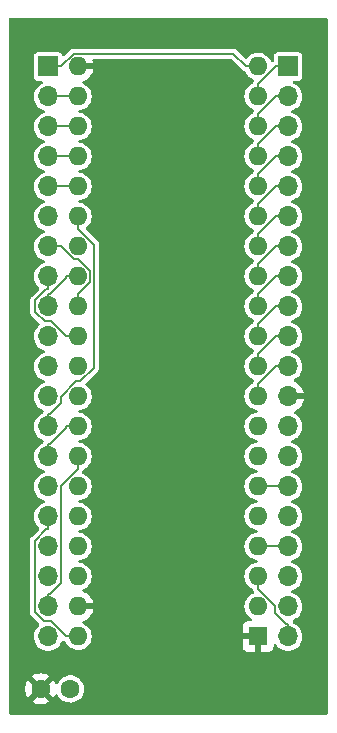
<source format=gbl>
G04 #@! TF.GenerationSoftware,KiCad,Pcbnew,(6.0.7-1)-1*
G04 #@! TF.CreationDate,2022-09-10T13:51:06+09:00*
G04 #@! TF.ProjectId,MEZ6800,4d455a36-3830-4302-9e6b-696361645f70,A*
G04 #@! TF.SameCoordinates,PX5f5e100PY8f0d180*
G04 #@! TF.FileFunction,Copper,L2,Bot*
G04 #@! TF.FilePolarity,Positive*
%FSLAX46Y46*%
G04 Gerber Fmt 4.6, Leading zero omitted, Abs format (unit mm)*
G04 Created by KiCad (PCBNEW (6.0.7-1)-1) date 2022-09-10 13:51:06*
%MOMM*%
%LPD*%
G01*
G04 APERTURE LIST*
G04 #@! TA.AperFunction,ComponentPad*
%ADD10R,1.600000X1.600000*%
G04 #@! TD*
G04 #@! TA.AperFunction,ComponentPad*
%ADD11O,1.600000X1.600000*%
G04 #@! TD*
G04 #@! TA.AperFunction,ComponentPad*
%ADD12C,1.600000*%
G04 #@! TD*
G04 #@! TA.AperFunction,ComponentPad*
%ADD13R,1.700000X1.700000*%
G04 #@! TD*
G04 #@! TA.AperFunction,ComponentPad*
%ADD14O,1.700000X1.700000*%
G04 #@! TD*
G04 #@! TA.AperFunction,ViaPad*
%ADD15C,0.605000*%
G04 #@! TD*
G04 #@! TA.AperFunction,Conductor*
%ADD16C,0.152400*%
G04 #@! TD*
G04 APERTURE END LIST*
D10*
X21595000Y7125000D03*
D11*
X21595000Y9665000D03*
X21595000Y12205000D03*
X21595000Y14745000D03*
X21595000Y17285000D03*
X21595000Y19825000D03*
X21595000Y22365000D03*
X21595000Y24905000D03*
X21595000Y27445000D03*
X21595000Y29985000D03*
X21595000Y32525000D03*
X21595000Y35065000D03*
X21595000Y37605000D03*
X21595000Y40145000D03*
X21595000Y42685000D03*
X21595000Y45225000D03*
X21595000Y47765000D03*
X21595000Y50305000D03*
X21595000Y52845000D03*
X21595000Y55385000D03*
X6355000Y55385000D03*
X6355000Y52845000D03*
X6355000Y50305000D03*
X6355000Y47765000D03*
X6355000Y45225000D03*
X6355000Y42685000D03*
X6355000Y40145000D03*
X6355000Y37605000D03*
X6355000Y35065000D03*
X6355000Y32525000D03*
X6355000Y29985000D03*
X6355000Y27445000D03*
X6355000Y24905000D03*
X6355000Y22365000D03*
X6355000Y19825000D03*
X6355000Y17285000D03*
X6355000Y14745000D03*
X6355000Y12205000D03*
X6355000Y9665000D03*
X6355000Y7125000D03*
D12*
X5695000Y2675000D03*
X3195000Y2675000D03*
D13*
X24130000Y55375000D03*
D14*
X24130000Y52835000D03*
X24130000Y50295000D03*
X24130000Y47755000D03*
X24130000Y45215000D03*
X24130000Y42675000D03*
X24130000Y40135000D03*
X24130000Y37595000D03*
X24130000Y35055000D03*
X24130000Y32515000D03*
X24130000Y29975000D03*
X24130000Y27435000D03*
X24130000Y24895000D03*
X24130000Y22355000D03*
X24130000Y19815000D03*
X24130000Y17275000D03*
X24130000Y14735000D03*
X24130000Y12195000D03*
X24130000Y9655000D03*
X24130000Y7115000D03*
D13*
X3810000Y55375000D03*
D14*
X3810000Y52835000D03*
X3810000Y50295000D03*
X3810000Y47755000D03*
X3810000Y45215000D03*
X3810000Y42675000D03*
X3810000Y40135000D03*
X3810000Y37595000D03*
X3810000Y35055000D03*
X3810000Y32515000D03*
X3810000Y29975000D03*
X3810000Y27435000D03*
X3810000Y24895000D03*
X3810000Y22355000D03*
X3810000Y19815000D03*
X3810000Y17275000D03*
X3810000Y14735000D03*
X3810000Y12195000D03*
X3810000Y9655000D03*
X3810000Y7115000D03*
D15*
X19685000Y16010000D03*
X19685000Y52840000D03*
X26035000Y43950000D03*
X9525000Y16010000D03*
X9525000Y52840000D03*
X19685000Y31250000D03*
X26035000Y2675000D03*
X1905000Y33790000D03*
X9525000Y31250000D03*
X26035000Y57920000D03*
D16*
X5969100Y56455200D02*
X19495900Y56455200D01*
X4888900Y55375000D02*
X5969100Y56455200D01*
X19495900Y56455200D02*
X20566100Y55385000D01*
X3810000Y55375000D02*
X4888900Y55375000D01*
X21595000Y55385000D02*
X20566100Y55385000D01*
X5316100Y52835000D02*
X5326100Y52845000D01*
X3810000Y52835000D02*
X5316100Y52835000D01*
X6355000Y52845000D02*
X5326100Y52845000D01*
X5316100Y50295000D02*
X5326100Y50305000D01*
X6355000Y50305000D02*
X5326100Y50305000D01*
X3810000Y50295000D02*
X5316100Y50295000D01*
X3810000Y47755000D02*
X5316100Y47755000D01*
X5316100Y47755000D02*
X5326100Y47765000D01*
X6355000Y47765000D02*
X5326100Y47765000D01*
X5316100Y45215000D02*
X5326100Y45225000D01*
X6355000Y45225000D02*
X5326100Y45225000D01*
X3810000Y45215000D02*
X5316100Y45215000D01*
X4888900Y11677800D02*
X4888900Y19870000D01*
X6355000Y22365000D02*
X6355000Y21336100D01*
X3945000Y10733900D02*
X4888900Y11677800D01*
X3810000Y9655000D02*
X3810000Y10733900D01*
X4888900Y19870000D02*
X6355000Y21336100D01*
X3810000Y10733900D02*
X3945000Y10733900D01*
X3810000Y40135000D02*
X4888900Y40135000D01*
X6355000Y35065000D02*
X6355000Y36093900D01*
X6386900Y39056100D02*
X7404600Y38038400D01*
X7404600Y37143500D02*
X6355000Y36093900D01*
X5967800Y39056100D02*
X6386900Y39056100D01*
X4888900Y40135000D02*
X5967800Y39056100D01*
X7404600Y38038400D02*
X7404600Y37143500D01*
X4066100Y33785000D02*
X5326100Y32525000D01*
X6355000Y32525000D02*
X5326100Y32525000D01*
X3810000Y37595000D02*
X3810000Y36516100D01*
X3514600Y33785000D02*
X4066100Y33785000D01*
X3810000Y36516100D02*
X3675100Y36516100D01*
X2724300Y35565300D02*
X2724300Y34575300D01*
X3675100Y36516100D02*
X2724300Y35565300D01*
X2724300Y34575300D02*
X3514600Y33785000D01*
X6355000Y37605000D02*
X5326100Y37605000D01*
X3810000Y36133900D02*
X3961600Y36133900D01*
X3810000Y35055000D02*
X3810000Y36133900D01*
X5326100Y37498400D02*
X5326100Y37605000D01*
X3961600Y36133900D02*
X5326100Y37498400D01*
X6355000Y42685000D02*
X6355000Y41656100D01*
X6169600Y28715000D02*
X6549200Y28715000D01*
X6549200Y28715000D02*
X7721100Y29886900D01*
X7721100Y40290000D02*
X6355000Y41656100D01*
X4888900Y27434300D02*
X6169600Y28715000D01*
X3945000Y25973900D02*
X4888900Y26917800D01*
X7721100Y29886900D02*
X7721100Y40290000D01*
X4888900Y26917800D02*
X4888900Y27434300D01*
X3810000Y24895000D02*
X3810000Y25973900D01*
X3810000Y25973900D02*
X3945000Y25973900D01*
X3810000Y23433900D02*
X3961600Y23433900D01*
X5326100Y24798400D02*
X5326100Y24905000D01*
X6355000Y24905000D02*
X5326100Y24905000D01*
X3810000Y22355000D02*
X3810000Y23433900D01*
X3961600Y23433900D02*
X5326100Y24798400D01*
X3810000Y17275000D02*
X3810000Y16196100D01*
X3487100Y8385000D02*
X4066100Y8385000D01*
X2711600Y15232600D02*
X2711600Y9160500D01*
X2711600Y9160500D02*
X3487100Y8385000D01*
X4066100Y8385000D02*
X5326100Y7125000D01*
X3810000Y16196100D02*
X3675100Y16196100D01*
X3675100Y16196100D02*
X2711600Y15232600D01*
X6355000Y7125000D02*
X5326100Y7125000D01*
X23051100Y55375000D02*
X23051100Y55330000D01*
X24130000Y55375000D02*
X23051100Y55375000D01*
X23051100Y55330000D02*
X21595000Y53873900D01*
X21595000Y52845000D02*
X21595000Y53873900D01*
X23051100Y52790000D02*
X21595000Y51333900D01*
X23051100Y52835000D02*
X23051100Y52790000D01*
X21595000Y50305000D02*
X21595000Y51333900D01*
X24130000Y52835000D02*
X23051100Y52835000D01*
X21595000Y47765000D02*
X21595000Y48793900D01*
X23051100Y50295000D02*
X23051100Y50250000D01*
X23051100Y50250000D02*
X21595000Y48793900D01*
X24130000Y50295000D02*
X23051100Y50295000D01*
X21595000Y45225000D02*
X21595000Y46253900D01*
X24130000Y47755000D02*
X23051100Y47755000D01*
X23051100Y47755000D02*
X23051100Y47710000D01*
X23051100Y47710000D02*
X21595000Y46253900D01*
X21595000Y42685000D02*
X21595000Y43713900D01*
X23051100Y45215000D02*
X23051100Y45170000D01*
X24130000Y45215000D02*
X23051100Y45215000D01*
X23051100Y45170000D02*
X21595000Y43713900D01*
X24130000Y42675000D02*
X23051100Y42675000D01*
X23051100Y42630000D02*
X21595000Y41173900D01*
X23051100Y42675000D02*
X23051100Y42630000D01*
X21595000Y40145000D02*
X21595000Y41173900D01*
X23051100Y40090000D02*
X21595000Y38633900D01*
X24130000Y40135000D02*
X23051100Y40135000D01*
X21595000Y37605000D02*
X21595000Y38633900D01*
X23051100Y40135000D02*
X23051100Y40090000D01*
X21595000Y35065000D02*
X21595000Y36093900D01*
X24130000Y37595000D02*
X23051100Y37595000D01*
X23051100Y37595000D02*
X23051100Y37550000D01*
X23051100Y37550000D02*
X21595000Y36093900D01*
X21595000Y32525000D02*
X21595000Y33553900D01*
X24130000Y35055000D02*
X23051100Y35055000D01*
X23051100Y35055000D02*
X23051100Y35010000D01*
X23051100Y35010000D02*
X21595000Y33553900D01*
X21595000Y29985000D02*
X21595000Y31013900D01*
X23051100Y32515000D02*
X23051100Y32470000D01*
X24130000Y32515000D02*
X23051100Y32515000D01*
X23051100Y32470000D02*
X21595000Y31013900D01*
X24130000Y29975000D02*
X23051100Y29975000D01*
X23051100Y29930000D02*
X21595000Y28473900D01*
X23051100Y29975000D02*
X23051100Y29930000D01*
X21595000Y27445000D02*
X21595000Y28473900D01*
X24130000Y19815000D02*
X22633900Y19815000D01*
X22633900Y19815000D02*
X22623900Y19825000D01*
X21595000Y19825000D02*
X22623900Y19825000D01*
X24130000Y14735000D02*
X22633900Y14735000D01*
X22633900Y14735000D02*
X22623900Y14745000D01*
X21595000Y14745000D02*
X22623900Y14745000D01*
X23051100Y9720000D02*
X21595000Y11176100D01*
X24130000Y8193900D02*
X23995000Y8193900D01*
X23995000Y8193900D02*
X23051100Y9137800D01*
X21595000Y12205000D02*
X21595000Y11176100D01*
X24130000Y7115000D02*
X24130000Y8193900D01*
X23051100Y9137800D02*
X23051100Y9720000D01*
G04 #@! TA.AperFunction,Conductor*
G36*
X27442121Y59479998D02*
G01*
X27488614Y59426342D01*
X27500000Y59374000D01*
X27500000Y626000D01*
X27479998Y557879D01*
X27426342Y511386D01*
X27374000Y500000D01*
X626000Y500000D01*
X557879Y520002D01*
X511386Y573658D01*
X500000Y626000D01*
X500000Y1588938D01*
X2473493Y1588938D01*
X2482789Y1576923D01*
X2533994Y1541069D01*
X2543489Y1535586D01*
X2740947Y1443510D01*
X2751239Y1439764D01*
X2961688Y1383375D01*
X2972481Y1381472D01*
X3189525Y1362483D01*
X3200475Y1362483D01*
X3417519Y1381472D01*
X3428312Y1383375D01*
X3638761Y1439764D01*
X3649053Y1443510D01*
X3846511Y1535586D01*
X3856006Y1541069D01*
X3908048Y1577509D01*
X3916424Y1587988D01*
X3909356Y1601434D01*
X3207812Y2302978D01*
X3193868Y2310592D01*
X3192035Y2310461D01*
X3185420Y2306210D01*
X2479923Y1600713D01*
X2473493Y1588938D01*
X500000Y1588938D01*
X500000Y2669525D01*
X1882483Y2669525D01*
X1901472Y2452481D01*
X1903375Y2441688D01*
X1959764Y2231239D01*
X1963510Y2220947D01*
X2055586Y2023489D01*
X2061069Y2013994D01*
X2097509Y1961952D01*
X2107988Y1953576D01*
X2121434Y1960644D01*
X2822978Y2662188D01*
X2829356Y2673868D01*
X3559408Y2673868D01*
X3559539Y2672035D01*
X3563790Y2665420D01*
X4269287Y1959923D01*
X4281062Y1953493D01*
X4293077Y1962789D01*
X4328931Y2013994D01*
X4334414Y2023489D01*
X4417680Y2202054D01*
X4464597Y2255339D01*
X4532875Y2274800D01*
X4600835Y2254258D01*
X4646300Y2201556D01*
X4694369Y2097286D01*
X4816405Y1924609D01*
X4967865Y1777063D01*
X4972661Y1773858D01*
X4972664Y1773856D01*
X5115936Y1678125D01*
X5143677Y1659589D01*
X5148985Y1657308D01*
X5148986Y1657308D01*
X5332650Y1578400D01*
X5332653Y1578399D01*
X5337953Y1576122D01*
X5343582Y1574848D01*
X5343583Y1574848D01*
X5538550Y1530731D01*
X5538553Y1530731D01*
X5544186Y1529456D01*
X5549957Y1529229D01*
X5549959Y1529229D01*
X5611989Y1526792D01*
X5755470Y1521154D01*
X5761179Y1521982D01*
X5761183Y1521982D01*
X5959015Y1550667D01*
X5959019Y1550668D01*
X5964730Y1551496D01*
X6043987Y1578400D01*
X6159483Y1617605D01*
X6159488Y1617607D01*
X6164955Y1619463D01*
X6169998Y1622287D01*
X6344395Y1719954D01*
X6344399Y1719957D01*
X6349442Y1722781D01*
X6512012Y1857988D01*
X6647219Y2020558D01*
X6650043Y2025601D01*
X6650046Y2025605D01*
X6747713Y2200002D01*
X6747714Y2200004D01*
X6750537Y2205045D01*
X6752393Y2210512D01*
X6752395Y2210517D01*
X6816647Y2399800D01*
X6818504Y2405270D01*
X6823785Y2441688D01*
X6848314Y2610860D01*
X6848314Y2610862D01*
X6848846Y2614530D01*
X6850429Y2675000D01*
X6831081Y2885560D01*
X6773686Y3089069D01*
X6767455Y3101706D01*
X6682719Y3273531D01*
X6680165Y3278710D01*
X6553651Y3448133D01*
X6398381Y3591663D01*
X6219554Y3704495D01*
X6023160Y3782848D01*
X6017503Y3783973D01*
X6017497Y3783975D01*
X5821442Y3822972D01*
X5821440Y3822972D01*
X5815775Y3824099D01*
X5810000Y3824175D01*
X5809996Y3824175D01*
X5703976Y3825563D01*
X5604346Y3826867D01*
X5598649Y3825888D01*
X5598648Y3825888D01*
X5401650Y3792038D01*
X5401649Y3792038D01*
X5395953Y3791059D01*
X5197575Y3717873D01*
X5192614Y3714921D01*
X5192613Y3714921D01*
X5175089Y3704495D01*
X5015856Y3609762D01*
X4856881Y3470345D01*
X4725976Y3304292D01*
X4723284Y3299176D01*
X4723283Y3299174D01*
X4642201Y3145063D01*
X4592782Y3094090D01*
X4523649Y3077927D01*
X4456753Y3101706D01*
X4416498Y3150480D01*
X4334414Y3326511D01*
X4328931Y3336006D01*
X4292491Y3388048D01*
X4282012Y3396424D01*
X4268566Y3389356D01*
X3567022Y2687812D01*
X3559408Y2673868D01*
X2829356Y2673868D01*
X2830592Y2676132D01*
X2830461Y2677965D01*
X2826210Y2684580D01*
X2120713Y3390077D01*
X2108938Y3396507D01*
X2096923Y3387211D01*
X2061069Y3336006D01*
X2055586Y3326511D01*
X1963510Y3129053D01*
X1959764Y3118761D01*
X1903375Y2908312D01*
X1901472Y2897519D01*
X1882483Y2680475D01*
X1882483Y2669525D01*
X500000Y2669525D01*
X500000Y3762012D01*
X2473576Y3762012D01*
X2480644Y3748566D01*
X3182188Y3047022D01*
X3196132Y3039408D01*
X3197965Y3039539D01*
X3204580Y3043790D01*
X3910077Y3749287D01*
X3916507Y3761062D01*
X3907211Y3773077D01*
X3856006Y3808931D01*
X3846511Y3814414D01*
X3649053Y3906490D01*
X3638761Y3910236D01*
X3428312Y3966625D01*
X3417519Y3968528D01*
X3200475Y3987517D01*
X3189525Y3987517D01*
X2972481Y3968528D01*
X2961688Y3966625D01*
X2751239Y3910236D01*
X2740947Y3906490D01*
X2543489Y3814414D01*
X2533994Y3808931D01*
X2481952Y3772491D01*
X2473576Y3762012D01*
X500000Y3762012D01*
X500000Y9146945D01*
X2280292Y9146945D01*
X2281984Y9137683D01*
X2281984Y9137674D01*
X2290263Y9092348D01*
X2290914Y9088440D01*
X2299156Y9033616D01*
X2302116Y9027452D01*
X2303345Y9020723D01*
X2328922Y8971485D01*
X2330679Y8967969D01*
X2350620Y8926441D01*
X2350622Y8926437D01*
X2354698Y8917950D01*
X2359341Y8912928D01*
X2362493Y8906859D01*
X2366574Y8902081D01*
X2401749Y8866906D01*
X2405178Y8863341D01*
X2441795Y8823729D01*
X2447887Y8820190D01*
X2453424Y8815231D01*
X3047200Y8221455D01*
X3081226Y8159143D01*
X3076161Y8088328D01*
X3041182Y8037628D01*
X2935457Y7944910D01*
X2798863Y7771640D01*
X2696131Y7576380D01*
X2630703Y7365667D01*
X2604770Y7146560D01*
X2619200Y6926396D01*
X2620621Y6920800D01*
X2620622Y6920795D01*
X2666190Y6741373D01*
X2673511Y6712548D01*
X2675928Y6707306D01*
X2675928Y6707305D01*
X2714046Y6624621D01*
X2765883Y6512179D01*
X2893222Y6331998D01*
X3051264Y6178039D01*
X3056060Y6174834D01*
X3056063Y6174832D01*
X3140261Y6118573D01*
X3234717Y6055460D01*
X3240020Y6053182D01*
X3240023Y6053180D01*
X3362251Y6000667D01*
X3437436Y5968365D01*
X3517088Y5950342D01*
X3646995Y5920946D01*
X3647001Y5920945D01*
X3652632Y5919671D01*
X3658403Y5919444D01*
X3658405Y5919444D01*
X3726211Y5916780D01*
X3873098Y5911009D01*
X3982275Y5926839D01*
X4085738Y5941840D01*
X4085743Y5941841D01*
X4091452Y5942669D01*
X4096916Y5944524D01*
X4096921Y5944525D01*
X4294907Y6011732D01*
X4294912Y6011734D01*
X4300379Y6013590D01*
X4322757Y6026122D01*
X4405190Y6072287D01*
X4492884Y6121398D01*
X4559112Y6176479D01*
X4658086Y6258796D01*
X4662518Y6262482D01*
X4724256Y6336713D01*
X4799908Y6427674D01*
X4799910Y6427677D01*
X4803602Y6432116D01*
X4911410Y6624621D01*
X4913266Y6630088D01*
X4913268Y6630093D01*
X4930980Y6682273D01*
X4971817Y6740349D01*
X5037569Y6767128D01*
X5109259Y6753123D01*
X5116602Y6749235D01*
X5124179Y6743638D01*
X5130629Y6741373D01*
X5136257Y6737483D01*
X5145232Y6734645D01*
X5145237Y6734642D01*
X5189146Y6720756D01*
X5192902Y6719503D01*
X5240490Y6702791D01*
X5298135Y6661348D01*
X5313167Y6636660D01*
X5318717Y6624621D01*
X5354369Y6547286D01*
X5476405Y6374609D01*
X5627865Y6227063D01*
X5632661Y6223858D01*
X5632664Y6223856D01*
X5775936Y6128125D01*
X5803677Y6109589D01*
X5808985Y6107308D01*
X5808986Y6107308D01*
X5992650Y6028400D01*
X5992653Y6028399D01*
X5997953Y6026122D01*
X6003582Y6024848D01*
X6003583Y6024848D01*
X6198550Y5980731D01*
X6198553Y5980731D01*
X6204186Y5979456D01*
X6209957Y5979229D01*
X6209959Y5979229D01*
X6271989Y5976792D01*
X6415470Y5971154D01*
X6421179Y5971982D01*
X6421183Y5971982D01*
X6619015Y6000667D01*
X6619019Y6000668D01*
X6624730Y6001496D01*
X6703987Y6028400D01*
X6819483Y6067605D01*
X6819488Y6067607D01*
X6824955Y6069463D01*
X6829998Y6072287D01*
X7004395Y6169954D01*
X7004399Y6169957D01*
X7009442Y6172781D01*
X7138758Y6280331D01*
X20287001Y6280331D01*
X20287371Y6273510D01*
X20292895Y6222648D01*
X20296521Y6207396D01*
X20341676Y6086946D01*
X20350214Y6071351D01*
X20426715Y5969276D01*
X20439276Y5956715D01*
X20541351Y5880214D01*
X20556946Y5871676D01*
X20677394Y5826522D01*
X20692649Y5822895D01*
X20743514Y5817369D01*
X20750328Y5817000D01*
X21322885Y5817000D01*
X21338124Y5821475D01*
X21339329Y5822865D01*
X21341000Y5830548D01*
X21341000Y6852885D01*
X21336525Y6868124D01*
X21335135Y6869329D01*
X21327452Y6871000D01*
X20305116Y6871000D01*
X20289877Y6866525D01*
X20288672Y6865135D01*
X20287001Y6857452D01*
X20287001Y6280331D01*
X7138758Y6280331D01*
X7172012Y6307988D01*
X7307219Y6470558D01*
X7310043Y6475601D01*
X7310046Y6475605D01*
X7407713Y6650002D01*
X7407714Y6650004D01*
X7410537Y6655045D01*
X7412393Y6660512D01*
X7412395Y6660517D01*
X7476647Y6849800D01*
X7478504Y6855270D01*
X7479379Y6861300D01*
X7508314Y7060860D01*
X7508314Y7060862D01*
X7508846Y7064530D01*
X7510429Y7125000D01*
X7491081Y7335560D01*
X7478359Y7380671D01*
X7435255Y7533504D01*
X7433686Y7539069D01*
X7429744Y7547064D01*
X7342719Y7723531D01*
X7340165Y7728710D01*
X7213651Y7898133D01*
X7073863Y8027352D01*
X7062622Y8037743D01*
X7062620Y8037745D01*
X7058381Y8041663D01*
X6879554Y8154495D01*
X6786657Y8191557D01*
X6730798Y8235378D01*
X6707498Y8302442D01*
X6724154Y8371457D01*
X6775478Y8420512D01*
X6793701Y8427568D01*
X6793587Y8427881D01*
X6809053Y8433510D01*
X7006511Y8525586D01*
X7016007Y8531069D01*
X7194467Y8656028D01*
X7202875Y8663084D01*
X7356916Y8817125D01*
X7363972Y8825533D01*
X7488931Y9003993D01*
X7494414Y9013489D01*
X7586490Y9210947D01*
X7590236Y9221239D01*
X7636394Y9393503D01*
X7636058Y9407599D01*
X7628116Y9411000D01*
X6227000Y9411000D01*
X6158879Y9431002D01*
X6112386Y9484658D01*
X6101000Y9537000D01*
X6101000Y9793000D01*
X6121002Y9861121D01*
X6174658Y9907614D01*
X6227000Y9919000D01*
X7622967Y9919000D01*
X7636498Y9922973D01*
X7637727Y9931522D01*
X7590236Y10108761D01*
X7586490Y10119053D01*
X7494414Y10316511D01*
X7488931Y10326007D01*
X7363972Y10504467D01*
X7356916Y10512875D01*
X7202875Y10666916D01*
X7194467Y10673972D01*
X7016007Y10798931D01*
X7006511Y10804414D01*
X6809050Y10896491D01*
X6793783Y10902048D01*
X6736611Y10944142D01*
X6711273Y11010463D01*
X6725814Y11079955D01*
X6775616Y11130554D01*
X6796368Y11139759D01*
X6824955Y11149463D01*
X6829998Y11152287D01*
X7004395Y11249954D01*
X7004399Y11249957D01*
X7009442Y11252781D01*
X7172012Y11387988D01*
X7307219Y11550558D01*
X7310043Y11555601D01*
X7310046Y11555605D01*
X7407713Y11730002D01*
X7407714Y11730004D01*
X7410537Y11735045D01*
X7412393Y11740512D01*
X7412395Y11740517D01*
X7473070Y11919262D01*
X7478504Y11935270D01*
X7488855Y12006654D01*
X7508314Y12140860D01*
X7508314Y12140862D01*
X7508846Y12144530D01*
X7510429Y12205000D01*
X7491081Y12415560D01*
X7433686Y12619069D01*
X7429744Y12627064D01*
X7342719Y12803531D01*
X7340165Y12808710D01*
X7213651Y12978133D01*
X7113286Y13070910D01*
X7062622Y13117743D01*
X7062620Y13117745D01*
X7058381Y13121663D01*
X6976478Y13173340D01*
X6884434Y13231416D01*
X6884433Y13231416D01*
X6879554Y13234495D01*
X6683160Y13312848D01*
X6677503Y13313973D01*
X6677497Y13313975D01*
X6480234Y13353212D01*
X6417324Y13386119D01*
X6382192Y13447814D01*
X6385992Y13518709D01*
X6427517Y13576295D01*
X6486734Y13601487D01*
X6619015Y13620667D01*
X6619019Y13620668D01*
X6624730Y13621496D01*
X6703987Y13648400D01*
X6819483Y13687605D01*
X6819488Y13687607D01*
X6824955Y13689463D01*
X6829998Y13692287D01*
X7004395Y13789954D01*
X7004399Y13789957D01*
X7009442Y13792781D01*
X7172012Y13927988D01*
X7307219Y14090558D01*
X7310043Y14095601D01*
X7310046Y14095605D01*
X7407713Y14270002D01*
X7407714Y14270004D01*
X7410537Y14275045D01*
X7412393Y14280512D01*
X7412395Y14280517D01*
X7476647Y14469800D01*
X7478504Y14475270D01*
X7508846Y14684530D01*
X7510429Y14745000D01*
X7491081Y14955560D01*
X7433686Y15159069D01*
X7429744Y15167064D01*
X7342719Y15343531D01*
X7340165Y15348710D01*
X7213651Y15518133D01*
X7113286Y15610910D01*
X7062622Y15657743D01*
X7062620Y15657745D01*
X7058381Y15661663D01*
X6879554Y15774495D01*
X6683160Y15852848D01*
X6677503Y15853973D01*
X6677497Y15853975D01*
X6480234Y15893212D01*
X6417324Y15926119D01*
X6382192Y15987814D01*
X6385992Y16058709D01*
X6427517Y16116295D01*
X6486734Y16141487D01*
X6619015Y16160667D01*
X6619019Y16160668D01*
X6624730Y16161496D01*
X6703987Y16188400D01*
X6819483Y16227605D01*
X6819488Y16227607D01*
X6824955Y16229463D01*
X6829998Y16232287D01*
X7004395Y16329954D01*
X7004399Y16329957D01*
X7009442Y16332781D01*
X7172012Y16467988D01*
X7307219Y16630558D01*
X7310043Y16635601D01*
X7310046Y16635605D01*
X7407713Y16810002D01*
X7407714Y16810004D01*
X7410537Y16815045D01*
X7412393Y16820512D01*
X7412395Y16820517D01*
X7473070Y16999262D01*
X7478504Y17015270D01*
X7488855Y17086654D01*
X7508314Y17220860D01*
X7508314Y17220862D01*
X7508846Y17224530D01*
X7510429Y17285000D01*
X7491081Y17495560D01*
X7433686Y17699069D01*
X7429744Y17707064D01*
X7342719Y17883531D01*
X7340165Y17888710D01*
X7213651Y18058133D01*
X7113286Y18150910D01*
X7062622Y18197743D01*
X7062620Y18197745D01*
X7058381Y18201663D01*
X6879554Y18314495D01*
X6683160Y18392848D01*
X6677503Y18393973D01*
X6677497Y18393975D01*
X6480234Y18433212D01*
X6417324Y18466119D01*
X6382192Y18527814D01*
X6385992Y18598709D01*
X6427517Y18656295D01*
X6486734Y18681487D01*
X6619015Y18700667D01*
X6619019Y18700668D01*
X6624730Y18701496D01*
X6703987Y18728400D01*
X6819483Y18767605D01*
X6819488Y18767607D01*
X6824955Y18769463D01*
X6829998Y18772287D01*
X7004395Y18869954D01*
X7004399Y18869957D01*
X7009442Y18872781D01*
X7172012Y19007988D01*
X7307219Y19170558D01*
X7310043Y19175601D01*
X7310046Y19175605D01*
X7407713Y19350002D01*
X7407714Y19350004D01*
X7410537Y19355045D01*
X7412393Y19360512D01*
X7412395Y19360517D01*
X7476647Y19549800D01*
X7478504Y19555270D01*
X7508846Y19764530D01*
X7510429Y19825000D01*
X7491081Y20035560D01*
X7433686Y20239069D01*
X7429744Y20247064D01*
X7342719Y20423531D01*
X7340165Y20428710D01*
X7213651Y20598133D01*
X7058381Y20741663D01*
X6879554Y20854495D01*
X6761086Y20901759D01*
X6705228Y20945578D01*
X6681927Y21012642D01*
X6698583Y21081658D01*
X6706426Y21093648D01*
X6736363Y21134179D01*
X6738629Y21140631D01*
X6742517Y21146257D01*
X6746760Y21159671D01*
X6759248Y21199161D01*
X6760502Y21202918D01*
X6761699Y21206326D01*
X6775525Y21245695D01*
X6816967Y21303339D01*
X6832840Y21313879D01*
X6853480Y21325438D01*
X7009442Y21412781D01*
X7172012Y21547988D01*
X7307219Y21710558D01*
X7310043Y21715601D01*
X7310046Y21715605D01*
X7407713Y21890002D01*
X7407714Y21890004D01*
X7410537Y21895045D01*
X7412393Y21900512D01*
X7412395Y21900517D01*
X7473070Y22079262D01*
X7478504Y22095270D01*
X7488158Y22161846D01*
X7508314Y22300860D01*
X7508314Y22300862D01*
X7508846Y22304530D01*
X7510429Y22365000D01*
X7491081Y22575560D01*
X7433686Y22779069D01*
X7429744Y22787064D01*
X7342719Y22963531D01*
X7340165Y22968710D01*
X7213651Y23138133D01*
X7113286Y23230910D01*
X7062622Y23277743D01*
X7062620Y23277745D01*
X7058381Y23281663D01*
X6879554Y23394495D01*
X6683160Y23472848D01*
X6677503Y23473973D01*
X6677497Y23473975D01*
X6480234Y23513212D01*
X6417324Y23546119D01*
X6382192Y23607814D01*
X6385992Y23678709D01*
X6427517Y23736295D01*
X6486734Y23761487D01*
X6619015Y23780667D01*
X6619019Y23780668D01*
X6624730Y23781496D01*
X6703987Y23808400D01*
X6819483Y23847605D01*
X6819488Y23847607D01*
X6824955Y23849463D01*
X6829998Y23852287D01*
X7004395Y23949954D01*
X7004399Y23949957D01*
X7009442Y23952781D01*
X7172012Y24087988D01*
X7307219Y24250558D01*
X7310043Y24255601D01*
X7310046Y24255605D01*
X7407713Y24430002D01*
X7407714Y24430004D01*
X7410537Y24435045D01*
X7412393Y24440512D01*
X7412395Y24440517D01*
X7473070Y24619262D01*
X7478504Y24635270D01*
X7488855Y24706654D01*
X7508314Y24840860D01*
X7508314Y24840862D01*
X7508846Y24844530D01*
X7510429Y24905000D01*
X7491081Y25115560D01*
X7433686Y25319069D01*
X7429744Y25327064D01*
X7342719Y25503531D01*
X7340165Y25508710D01*
X7213651Y25678133D01*
X7058381Y25821663D01*
X6879554Y25934495D01*
X6683160Y26012848D01*
X6677503Y26013973D01*
X6677497Y26013975D01*
X6480234Y26053212D01*
X6417324Y26086119D01*
X6382192Y26147814D01*
X6385992Y26218709D01*
X6427517Y26276295D01*
X6486734Y26301487D01*
X6619015Y26320667D01*
X6619019Y26320668D01*
X6624730Y26321496D01*
X6703987Y26348400D01*
X6819483Y26387605D01*
X6819488Y26387607D01*
X6824955Y26389463D01*
X6839951Y26397861D01*
X7004395Y26489954D01*
X7004399Y26489957D01*
X7009442Y26492781D01*
X7172012Y26627988D01*
X7307219Y26790558D01*
X7310043Y26795601D01*
X7310046Y26795605D01*
X7407713Y26970002D01*
X7407714Y26970004D01*
X7410537Y26975045D01*
X7412393Y26980512D01*
X7412395Y26980517D01*
X7476647Y27169800D01*
X7478504Y27175270D01*
X7497605Y27307000D01*
X7508314Y27380860D01*
X7508314Y27380862D01*
X7508846Y27384530D01*
X7510429Y27445000D01*
X7491081Y27655560D01*
X7433686Y27859069D01*
X7423919Y27878876D01*
X7342719Y28043531D01*
X7340165Y28048710D01*
X7213651Y28218133D01*
X7058381Y28361663D01*
X7032902Y28377739D01*
X6985963Y28431005D01*
X6975273Y28501192D01*
X7004227Y28566017D01*
X7011041Y28573396D01*
X7999622Y29561977D01*
X8010712Y29571832D01*
X8028267Y29585671D01*
X8028270Y29585675D01*
X8035665Y29591504D01*
X8041019Y29599251D01*
X8041023Y29599255D01*
X8067215Y29637151D01*
X8069515Y29640371D01*
X8096868Y29677404D01*
X8102463Y29684979D01*
X8104729Y29691431D01*
X8108617Y29697057D01*
X8125348Y29749961D01*
X8126602Y29753719D01*
X8141857Y29797157D01*
X8144977Y29806041D01*
X8145246Y29812877D01*
X8147307Y29819395D01*
X8147800Y29825659D01*
X8147800Y29875420D01*
X8147897Y29880366D01*
X8147908Y29880644D01*
X8150014Y29934252D01*
X8148208Y29941063D01*
X8147800Y29948478D01*
X8147800Y40257197D01*
X8148673Y40272006D01*
X8151300Y40294203D01*
X8152407Y40303555D01*
X8144116Y40348954D01*
X8142442Y40358122D01*
X8141792Y40362025D01*
X8134944Y40407575D01*
X8134943Y40407578D01*
X8133544Y40416884D01*
X8130584Y40423049D01*
X8129355Y40429777D01*
X8103778Y40479015D01*
X8102021Y40482531D01*
X8082080Y40524059D01*
X8082078Y40524063D01*
X8078002Y40532550D01*
X8073359Y40537572D01*
X8070207Y40543641D01*
X8066126Y40548419D01*
X8030951Y40583594D01*
X8027521Y40587160D01*
X8014269Y40601496D01*
X7990905Y40626771D01*
X7984813Y40630310D01*
X7979276Y40635269D01*
X7037394Y41577151D01*
X7003368Y41639463D01*
X7008433Y41710278D01*
X7045917Y41763117D01*
X7172012Y41867988D01*
X7307219Y42030558D01*
X7310043Y42035601D01*
X7310046Y42035605D01*
X7407713Y42210002D01*
X7407714Y42210004D01*
X7410537Y42215045D01*
X7412393Y42220512D01*
X7412395Y42220517D01*
X7476647Y42409800D01*
X7478504Y42415270D01*
X7488158Y42481846D01*
X7508314Y42620860D01*
X7508314Y42620862D01*
X7508846Y42624530D01*
X7510429Y42685000D01*
X7491081Y42895560D01*
X7433686Y43099069D01*
X7430892Y43104736D01*
X7342719Y43283531D01*
X7340165Y43288710D01*
X7213651Y43458133D01*
X7058381Y43601663D01*
X6976478Y43653340D01*
X6884434Y43711416D01*
X6884433Y43711416D01*
X6879554Y43714495D01*
X6683160Y43792848D01*
X6677503Y43793973D01*
X6677497Y43793975D01*
X6480234Y43833212D01*
X6417324Y43866119D01*
X6382192Y43927814D01*
X6385992Y43998709D01*
X6427517Y44056295D01*
X6486734Y44081487D01*
X6619015Y44100667D01*
X6619019Y44100668D01*
X6624730Y44101496D01*
X6703987Y44128400D01*
X6819483Y44167605D01*
X6819488Y44167607D01*
X6824955Y44169463D01*
X6829998Y44172287D01*
X7004395Y44269954D01*
X7004399Y44269957D01*
X7009442Y44272781D01*
X7172012Y44407988D01*
X7307219Y44570558D01*
X7310043Y44575601D01*
X7310046Y44575605D01*
X7407713Y44750002D01*
X7407714Y44750004D01*
X7410537Y44755045D01*
X7412393Y44760512D01*
X7412395Y44760517D01*
X7476647Y44949800D01*
X7478504Y44955270D01*
X7508846Y45164530D01*
X7510429Y45225000D01*
X7491081Y45435560D01*
X7433686Y45639069D01*
X7430892Y45644736D01*
X7342719Y45823531D01*
X7340165Y45828710D01*
X7213651Y45998133D01*
X7058381Y46141663D01*
X6976478Y46193340D01*
X6884434Y46251416D01*
X6884433Y46251416D01*
X6879554Y46254495D01*
X6683160Y46332848D01*
X6677503Y46333973D01*
X6677497Y46333975D01*
X6480234Y46373212D01*
X6417324Y46406119D01*
X6382192Y46467814D01*
X6385992Y46538709D01*
X6427517Y46596295D01*
X6486734Y46621487D01*
X6619015Y46640667D01*
X6619019Y46640668D01*
X6624730Y46641496D01*
X6703987Y46668400D01*
X6819483Y46707605D01*
X6819488Y46707607D01*
X6824955Y46709463D01*
X6829998Y46712287D01*
X7004395Y46809954D01*
X7004399Y46809957D01*
X7009442Y46812781D01*
X7172012Y46947988D01*
X7307219Y47110558D01*
X7310043Y47115601D01*
X7310046Y47115605D01*
X7407713Y47290002D01*
X7407714Y47290004D01*
X7410537Y47295045D01*
X7412393Y47300512D01*
X7412395Y47300517D01*
X7476647Y47489800D01*
X7478504Y47495270D01*
X7508846Y47704530D01*
X7510429Y47765000D01*
X7491081Y47975560D01*
X7433686Y48179069D01*
X7430892Y48184736D01*
X7342719Y48363531D01*
X7340165Y48368710D01*
X7213651Y48538133D01*
X7058381Y48681663D01*
X6976478Y48733340D01*
X6884434Y48791416D01*
X6884433Y48791416D01*
X6879554Y48794495D01*
X6683160Y48872848D01*
X6677503Y48873973D01*
X6677497Y48873975D01*
X6480234Y48913212D01*
X6417324Y48946119D01*
X6382192Y49007814D01*
X6385992Y49078709D01*
X6427517Y49136295D01*
X6486734Y49161487D01*
X6619015Y49180667D01*
X6619019Y49180668D01*
X6624730Y49181496D01*
X6703987Y49208400D01*
X6819483Y49247605D01*
X6819488Y49247607D01*
X6824955Y49249463D01*
X6829998Y49252287D01*
X7004395Y49349954D01*
X7004399Y49349957D01*
X7009442Y49352781D01*
X7172012Y49487988D01*
X7307219Y49650558D01*
X7310043Y49655601D01*
X7310046Y49655605D01*
X7407713Y49830002D01*
X7407714Y49830004D01*
X7410537Y49835045D01*
X7412393Y49840512D01*
X7412395Y49840517D01*
X7476647Y50029800D01*
X7478504Y50035270D01*
X7508846Y50244530D01*
X7510429Y50305000D01*
X7491081Y50515560D01*
X7433686Y50719069D01*
X7430892Y50724736D01*
X7342719Y50903531D01*
X7340165Y50908710D01*
X7213651Y51078133D01*
X7058381Y51221663D01*
X6976478Y51273340D01*
X6884434Y51331416D01*
X6884433Y51331416D01*
X6879554Y51334495D01*
X6683160Y51412848D01*
X6677503Y51413973D01*
X6677497Y51413975D01*
X6480234Y51453212D01*
X6417324Y51486119D01*
X6382192Y51547814D01*
X6385992Y51618709D01*
X6427517Y51676295D01*
X6486734Y51701487D01*
X6619015Y51720667D01*
X6619019Y51720668D01*
X6624730Y51721496D01*
X6703987Y51748400D01*
X6819483Y51787605D01*
X6819488Y51787607D01*
X6824955Y51789463D01*
X6829998Y51792287D01*
X7004395Y51889954D01*
X7004399Y51889957D01*
X7009442Y51892781D01*
X7172012Y52027988D01*
X7307219Y52190558D01*
X7310043Y52195601D01*
X7310046Y52195605D01*
X7407713Y52370002D01*
X7407714Y52370004D01*
X7410537Y52375045D01*
X7412393Y52380512D01*
X7412395Y52380517D01*
X7476647Y52569800D01*
X7478504Y52575270D01*
X7508846Y52784530D01*
X7510429Y52845000D01*
X7491081Y53055560D01*
X7433686Y53259069D01*
X7430892Y53264736D01*
X7342719Y53443531D01*
X7340165Y53448710D01*
X7213651Y53618133D01*
X7058381Y53761663D01*
X6976478Y53813340D01*
X6884434Y53871416D01*
X6884433Y53871416D01*
X6879554Y53874495D01*
X6786657Y53911557D01*
X6730798Y53955378D01*
X6707498Y54022442D01*
X6724154Y54091457D01*
X6775478Y54140512D01*
X6793701Y54147568D01*
X6793587Y54147881D01*
X6809053Y54153510D01*
X7006511Y54245586D01*
X7016007Y54251069D01*
X7194467Y54376028D01*
X7202875Y54383084D01*
X7356916Y54537125D01*
X7363972Y54545533D01*
X7488931Y54723993D01*
X7494414Y54733489D01*
X7586490Y54930947D01*
X7590236Y54941239D01*
X7636394Y55113503D01*
X7636058Y55127599D01*
X7628116Y55131000D01*
X6227000Y55131000D01*
X6158879Y55151002D01*
X6112386Y55204658D01*
X6101000Y55257000D01*
X6101000Y55513000D01*
X6121002Y55581121D01*
X6174658Y55627614D01*
X6227000Y55639000D01*
X7622967Y55639000D01*
X7636498Y55642973D01*
X7637727Y55651522D01*
X7590236Y55828761D01*
X7586488Y55839058D01*
X7581735Y55849251D01*
X7571074Y55919442D01*
X7600054Y55984255D01*
X7659474Y56023111D01*
X7695930Y56028500D01*
X19266965Y56028500D01*
X19335086Y56008498D01*
X19356060Y55991595D01*
X20241177Y55106478D01*
X20251032Y55095388D01*
X20264870Y55077834D01*
X20264874Y55077830D01*
X20270704Y55070435D01*
X20278451Y55065081D01*
X20278453Y55065079D01*
X20316338Y55038896D01*
X20319550Y55036601D01*
X20364178Y55003638D01*
X20370629Y55001372D01*
X20376257Y54997483D01*
X20429214Y54980735D01*
X20432860Y54979519D01*
X20480492Y54962792D01*
X20538135Y54921351D01*
X20553166Y54896662D01*
X20594369Y54807286D01*
X20716405Y54634609D01*
X20746846Y54604955D01*
X20858327Y54496355D01*
X20867865Y54487063D01*
X20872661Y54483858D01*
X20872664Y54483856D01*
X20976173Y54414694D01*
X21043677Y54369589D01*
X21140463Y54328007D01*
X21191346Y54306146D01*
X21246040Y54260878D01*
X21267577Y54193227D01*
X21249120Y54124671D01*
X21242973Y54115537D01*
X21213638Y54075821D01*
X21211373Y54069371D01*
X21207483Y54063743D01*
X21204645Y54054768D01*
X21204642Y54054763D01*
X21190756Y54010854D01*
X21189503Y54007098D01*
X21174730Y53965031D01*
X21133287Y53907386D01*
X21107803Y53893210D01*
X21108209Y53892360D01*
X21102991Y53889871D01*
X21097575Y53887873D01*
X21092614Y53884921D01*
X21092613Y53884921D01*
X20935588Y53791501D01*
X20915856Y53779762D01*
X20756881Y53640345D01*
X20625976Y53474292D01*
X20623287Y53469181D01*
X20623285Y53469178D01*
X20609792Y53443531D01*
X20527523Y53287164D01*
X20464820Y53085227D01*
X20439967Y52875246D01*
X20453796Y52664251D01*
X20455217Y52658655D01*
X20455218Y52658650D01*
X20477784Y52569800D01*
X20505845Y52459310D01*
X20594369Y52267286D01*
X20716405Y52094609D01*
X20867865Y51947063D01*
X20872661Y51943858D01*
X20872664Y51943856D01*
X21015936Y51848125D01*
X21043677Y51829589D01*
X21174974Y51773180D01*
X21191346Y51766146D01*
X21246040Y51720878D01*
X21267577Y51653227D01*
X21249120Y51584671D01*
X21242973Y51575537D01*
X21213638Y51535821D01*
X21211373Y51529371D01*
X21207483Y51523743D01*
X21204645Y51514768D01*
X21204642Y51514763D01*
X21190756Y51470854D01*
X21189503Y51467098D01*
X21174730Y51425031D01*
X21133287Y51367386D01*
X21107803Y51353210D01*
X21108209Y51352360D01*
X21102991Y51349871D01*
X21097575Y51347873D01*
X21092614Y51344921D01*
X21092613Y51344921D01*
X20935588Y51251501D01*
X20915856Y51239762D01*
X20756881Y51100345D01*
X20625976Y50934292D01*
X20623287Y50929181D01*
X20623285Y50929178D01*
X20609792Y50903531D01*
X20527523Y50747164D01*
X20464820Y50545227D01*
X20439967Y50335246D01*
X20453796Y50124251D01*
X20455217Y50118655D01*
X20455218Y50118650D01*
X20477784Y50029800D01*
X20505845Y49919310D01*
X20594369Y49727286D01*
X20716405Y49554609D01*
X20867865Y49407063D01*
X20872661Y49403858D01*
X20872664Y49403856D01*
X21015936Y49308125D01*
X21043677Y49289589D01*
X21174974Y49233180D01*
X21191346Y49226146D01*
X21246040Y49180878D01*
X21267577Y49113227D01*
X21249120Y49044671D01*
X21242973Y49035537D01*
X21213638Y48995821D01*
X21211373Y48989371D01*
X21207483Y48983743D01*
X21204645Y48974768D01*
X21204642Y48974763D01*
X21190756Y48930854D01*
X21189503Y48927098D01*
X21174730Y48885031D01*
X21133287Y48827386D01*
X21107803Y48813210D01*
X21108209Y48812360D01*
X21102991Y48809871D01*
X21097575Y48807873D01*
X21092614Y48804921D01*
X21092613Y48804921D01*
X20935588Y48711501D01*
X20915856Y48699762D01*
X20756881Y48560345D01*
X20625976Y48394292D01*
X20623287Y48389181D01*
X20623285Y48389178D01*
X20609792Y48363531D01*
X20527523Y48207164D01*
X20464820Y48005227D01*
X20439967Y47795246D01*
X20453796Y47584251D01*
X20455217Y47578655D01*
X20455218Y47578650D01*
X20477784Y47489800D01*
X20505845Y47379310D01*
X20594369Y47187286D01*
X20716405Y47014609D01*
X20867865Y46867063D01*
X20872661Y46863858D01*
X20872664Y46863856D01*
X21015936Y46768125D01*
X21043677Y46749589D01*
X21174974Y46693180D01*
X21191346Y46686146D01*
X21246040Y46640878D01*
X21267577Y46573227D01*
X21249120Y46504671D01*
X21242973Y46495537D01*
X21213638Y46455821D01*
X21211373Y46449371D01*
X21207483Y46443743D01*
X21204645Y46434768D01*
X21204642Y46434763D01*
X21190756Y46390854D01*
X21189503Y46387098D01*
X21174730Y46345031D01*
X21133287Y46287386D01*
X21107803Y46273210D01*
X21108209Y46272360D01*
X21102991Y46269871D01*
X21097575Y46267873D01*
X21092614Y46264921D01*
X21092613Y46264921D01*
X20935588Y46171501D01*
X20915856Y46159762D01*
X20756881Y46020345D01*
X20625976Y45854292D01*
X20623287Y45849181D01*
X20623285Y45849178D01*
X20609792Y45823531D01*
X20527523Y45667164D01*
X20464820Y45465227D01*
X20439967Y45255246D01*
X20453796Y45044251D01*
X20455217Y45038655D01*
X20455218Y45038650D01*
X20477784Y44949800D01*
X20505845Y44839310D01*
X20594369Y44647286D01*
X20716405Y44474609D01*
X20867865Y44327063D01*
X20872661Y44323858D01*
X20872664Y44323856D01*
X21015936Y44228125D01*
X21043677Y44209589D01*
X21174974Y44153180D01*
X21191346Y44146146D01*
X21246040Y44100878D01*
X21267577Y44033227D01*
X21249120Y43964671D01*
X21242973Y43955537D01*
X21213638Y43915821D01*
X21211373Y43909371D01*
X21207483Y43903743D01*
X21204645Y43894768D01*
X21204642Y43894763D01*
X21190756Y43850854D01*
X21189503Y43847098D01*
X21174730Y43805031D01*
X21133287Y43747386D01*
X21107803Y43733210D01*
X21108209Y43732360D01*
X21102991Y43729871D01*
X21097575Y43727873D01*
X21092614Y43724921D01*
X21092613Y43724921D01*
X20935588Y43631501D01*
X20915856Y43619762D01*
X20756881Y43480345D01*
X20625976Y43314292D01*
X20623287Y43309181D01*
X20623285Y43309178D01*
X20609792Y43283531D01*
X20527523Y43127164D01*
X20464820Y42925227D01*
X20439967Y42715246D01*
X20453796Y42504251D01*
X20455217Y42498655D01*
X20455218Y42498650D01*
X20477784Y42409800D01*
X20505845Y42299310D01*
X20594369Y42107286D01*
X20716405Y41934609D01*
X20867865Y41787063D01*
X20872661Y41783858D01*
X20872664Y41783856D01*
X20982782Y41710278D01*
X21043677Y41669589D01*
X21174974Y41613180D01*
X21191346Y41606146D01*
X21246040Y41560878D01*
X21267577Y41493227D01*
X21249120Y41424671D01*
X21242973Y41415537D01*
X21213638Y41375821D01*
X21211373Y41369371D01*
X21207483Y41363743D01*
X21204645Y41354768D01*
X21204642Y41354763D01*
X21190756Y41310854D01*
X21189503Y41307098D01*
X21174730Y41265031D01*
X21133287Y41207386D01*
X21107803Y41193210D01*
X21108209Y41192360D01*
X21102991Y41189871D01*
X21097575Y41187873D01*
X21092614Y41184921D01*
X21092613Y41184921D01*
X20935588Y41091501D01*
X20915856Y41079762D01*
X20756881Y40940345D01*
X20625976Y40774292D01*
X20623287Y40769181D01*
X20623285Y40769178D01*
X20609792Y40743531D01*
X20527523Y40587164D01*
X20464820Y40385227D01*
X20439967Y40175246D01*
X20453796Y39964251D01*
X20455217Y39958655D01*
X20455218Y39958650D01*
X20459753Y39940795D01*
X20505845Y39759310D01*
X20594369Y39567286D01*
X20716405Y39394609D01*
X20867865Y39247063D01*
X20872661Y39243858D01*
X20872664Y39243856D01*
X21015936Y39148125D01*
X21043677Y39129589D01*
X21174974Y39073180D01*
X21191346Y39066146D01*
X21246040Y39020878D01*
X21267577Y38953227D01*
X21249120Y38884671D01*
X21242973Y38875537D01*
X21213638Y38835821D01*
X21211373Y38829371D01*
X21207483Y38823743D01*
X21204645Y38814768D01*
X21204642Y38814763D01*
X21190756Y38770854D01*
X21189503Y38767098D01*
X21174730Y38725031D01*
X21133287Y38667386D01*
X21107803Y38653210D01*
X21108209Y38652360D01*
X21102991Y38649871D01*
X21097575Y38647873D01*
X21092614Y38644921D01*
X21092613Y38644921D01*
X20935588Y38551501D01*
X20915856Y38539762D01*
X20756881Y38400345D01*
X20625976Y38234292D01*
X20623287Y38229181D01*
X20623285Y38229178D01*
X20609792Y38203531D01*
X20527523Y38047164D01*
X20464820Y37845227D01*
X20439967Y37635246D01*
X20453796Y37424251D01*
X20455217Y37418655D01*
X20455218Y37418650D01*
X20459753Y37400795D01*
X20505845Y37219310D01*
X20594369Y37027286D01*
X20716405Y36854609D01*
X20867865Y36707063D01*
X20872661Y36703858D01*
X20872664Y36703856D01*
X20941234Y36658039D01*
X21043677Y36589589D01*
X21174974Y36533180D01*
X21191346Y36526146D01*
X21246040Y36480878D01*
X21267577Y36413227D01*
X21249120Y36344671D01*
X21242973Y36335537D01*
X21213638Y36295821D01*
X21211373Y36289371D01*
X21207483Y36283743D01*
X21204645Y36274768D01*
X21204642Y36274763D01*
X21190756Y36230854D01*
X21189503Y36227098D01*
X21174730Y36185031D01*
X21133287Y36127386D01*
X21107803Y36113210D01*
X21108209Y36112360D01*
X21102991Y36109871D01*
X21097575Y36107873D01*
X21092614Y36104921D01*
X21092613Y36104921D01*
X20935588Y36011501D01*
X20915856Y35999762D01*
X20756881Y35860345D01*
X20625976Y35694292D01*
X20623287Y35689181D01*
X20623285Y35689178D01*
X20609792Y35663531D01*
X20527523Y35507164D01*
X20464820Y35305227D01*
X20439967Y35095246D01*
X20453796Y34884251D01*
X20505845Y34679310D01*
X20508262Y34674067D01*
X20586106Y34505209D01*
X20594369Y34487286D01*
X20716405Y34314609D01*
X20755304Y34276715D01*
X20856663Y34177976D01*
X20867865Y34167063D01*
X20872661Y34163858D01*
X20872664Y34163856D01*
X21015936Y34068125D01*
X21043677Y34049589D01*
X21174974Y33993180D01*
X21191346Y33986146D01*
X21246040Y33940878D01*
X21267577Y33873227D01*
X21249120Y33804671D01*
X21242973Y33795537D01*
X21213638Y33755821D01*
X21211373Y33749371D01*
X21207483Y33743743D01*
X21204645Y33734768D01*
X21204642Y33734763D01*
X21190756Y33690854D01*
X21189503Y33687098D01*
X21174730Y33645031D01*
X21133287Y33587386D01*
X21107803Y33573210D01*
X21108209Y33572360D01*
X21102991Y33569871D01*
X21097575Y33567873D01*
X21092614Y33564921D01*
X21092613Y33564921D01*
X20935588Y33471501D01*
X20915856Y33459762D01*
X20756881Y33320345D01*
X20625976Y33154292D01*
X20623287Y33149181D01*
X20623285Y33149178D01*
X20609792Y33123531D01*
X20527523Y32967164D01*
X20464820Y32765227D01*
X20439967Y32555246D01*
X20453796Y32344251D01*
X20455217Y32338655D01*
X20455218Y32338650D01*
X20459753Y32320795D01*
X20505845Y32139310D01*
X20508262Y32134067D01*
X20524751Y32098300D01*
X20594369Y31947286D01*
X20716405Y31774609D01*
X20720539Y31770582D01*
X20856663Y31637976D01*
X20867865Y31627063D01*
X20872661Y31623858D01*
X20872664Y31623856D01*
X21015936Y31528125D01*
X21043677Y31509589D01*
X21174974Y31453180D01*
X21191346Y31446146D01*
X21246040Y31400878D01*
X21267577Y31333227D01*
X21249120Y31264671D01*
X21242973Y31255537D01*
X21213638Y31215821D01*
X21211373Y31209371D01*
X21207483Y31203743D01*
X21204645Y31194768D01*
X21204642Y31194763D01*
X21190756Y31150854D01*
X21189503Y31147098D01*
X21174730Y31105031D01*
X21133287Y31047386D01*
X21107803Y31033210D01*
X21108209Y31032360D01*
X21102991Y31029871D01*
X21097575Y31027873D01*
X21092614Y31024921D01*
X21092613Y31024921D01*
X20935588Y30931501D01*
X20915856Y30919762D01*
X20756881Y30780345D01*
X20625976Y30614292D01*
X20623287Y30609181D01*
X20623285Y30609178D01*
X20609792Y30583531D01*
X20527523Y30427164D01*
X20464820Y30225227D01*
X20439967Y30015246D01*
X20453796Y29804251D01*
X20455217Y29798655D01*
X20455218Y29798650D01*
X20486011Y29677404D01*
X20505845Y29599310D01*
X20594369Y29407286D01*
X20716405Y29234609D01*
X20867865Y29087063D01*
X20872661Y29083858D01*
X20872664Y29083856D01*
X20941234Y29038039D01*
X21043677Y28969589D01*
X21174974Y28913180D01*
X21191346Y28906146D01*
X21246040Y28860878D01*
X21267577Y28793227D01*
X21249120Y28724671D01*
X21242973Y28715537D01*
X21213638Y28675821D01*
X21211373Y28669371D01*
X21207483Y28663743D01*
X21204645Y28654768D01*
X21204642Y28654763D01*
X21190756Y28610854D01*
X21189503Y28607098D01*
X21174730Y28565031D01*
X21133287Y28507386D01*
X21107803Y28493210D01*
X21108209Y28492360D01*
X21102991Y28489871D01*
X21097575Y28487873D01*
X21092614Y28484921D01*
X21092613Y28484921D01*
X20935588Y28391501D01*
X20915856Y28379762D01*
X20756881Y28240345D01*
X20625976Y28074292D01*
X20623287Y28069181D01*
X20623285Y28069178D01*
X20609792Y28043531D01*
X20527523Y27887164D01*
X20464820Y27685227D01*
X20439967Y27475246D01*
X20453796Y27264251D01*
X20455217Y27258655D01*
X20455218Y27258650D01*
X20477784Y27169800D01*
X20505845Y27059310D01*
X20594369Y26867286D01*
X20716405Y26694609D01*
X20867865Y26547063D01*
X20872661Y26543858D01*
X20872664Y26543856D01*
X20990182Y26465333D01*
X21043677Y26429589D01*
X21048985Y26427308D01*
X21048986Y26427308D01*
X21232650Y26348400D01*
X21232653Y26348399D01*
X21237953Y26346122D01*
X21243582Y26344848D01*
X21243583Y26344848D01*
X21438550Y26300731D01*
X21438553Y26300731D01*
X21444186Y26299456D01*
X21449958Y26299229D01*
X21455687Y26298475D01*
X21455327Y26295743D01*
X21511604Y26276784D01*
X21555950Y26221341D01*
X21563282Y26150724D01*
X21531271Y26087353D01*
X21470081Y26051349D01*
X21460704Y26049368D01*
X21301650Y26022038D01*
X21301649Y26022038D01*
X21295953Y26021059D01*
X21097575Y25947873D01*
X21092614Y25944921D01*
X21092613Y25944921D01*
X20935588Y25851501D01*
X20915856Y25839762D01*
X20756881Y25700345D01*
X20625976Y25534292D01*
X20623287Y25529181D01*
X20623285Y25529178D01*
X20609792Y25503531D01*
X20527523Y25347164D01*
X20464820Y25145227D01*
X20439967Y24935246D01*
X20453796Y24724251D01*
X20455217Y24718655D01*
X20455218Y24718650D01*
X20480460Y24619262D01*
X20505845Y24519310D01*
X20594369Y24327286D01*
X20716405Y24154609D01*
X20867865Y24007063D01*
X20872661Y24003858D01*
X20872664Y24003856D01*
X21015936Y23908125D01*
X21043677Y23889589D01*
X21048985Y23887308D01*
X21048986Y23887308D01*
X21232650Y23808400D01*
X21232653Y23808399D01*
X21237953Y23806122D01*
X21243582Y23804848D01*
X21243583Y23804848D01*
X21438550Y23760731D01*
X21438553Y23760731D01*
X21444186Y23759456D01*
X21449958Y23759229D01*
X21455687Y23758475D01*
X21455327Y23755743D01*
X21511604Y23736784D01*
X21555950Y23681341D01*
X21563282Y23610724D01*
X21531271Y23547353D01*
X21470081Y23511349D01*
X21460704Y23509368D01*
X21301650Y23482038D01*
X21301649Y23482038D01*
X21295953Y23481059D01*
X21097575Y23407873D01*
X21092614Y23404921D01*
X21092613Y23404921D01*
X20935588Y23311501D01*
X20915856Y23299762D01*
X20756881Y23160345D01*
X20625976Y22994292D01*
X20623287Y22989181D01*
X20623285Y22989178D01*
X20609792Y22963531D01*
X20527523Y22807164D01*
X20464820Y22605227D01*
X20439967Y22395246D01*
X20453796Y22184251D01*
X20455217Y22178655D01*
X20455218Y22178650D01*
X20480460Y22079262D01*
X20505845Y21979310D01*
X20594369Y21787286D01*
X20716405Y21614609D01*
X20867865Y21467063D01*
X20872661Y21463858D01*
X20872664Y21463856D01*
X20974396Y21395881D01*
X21043677Y21349589D01*
X21048985Y21347308D01*
X21048986Y21347308D01*
X21232650Y21268400D01*
X21232653Y21268399D01*
X21237953Y21266122D01*
X21243582Y21264848D01*
X21243583Y21264848D01*
X21438550Y21220731D01*
X21438553Y21220731D01*
X21444186Y21219456D01*
X21449958Y21219229D01*
X21455687Y21218475D01*
X21455327Y21215743D01*
X21511604Y21196784D01*
X21555950Y21141341D01*
X21563282Y21070724D01*
X21531271Y21007353D01*
X21470081Y20971349D01*
X21460704Y20969368D01*
X21301650Y20942038D01*
X21301649Y20942038D01*
X21295953Y20941059D01*
X21097575Y20867873D01*
X21092614Y20864921D01*
X21092613Y20864921D01*
X20935588Y20771501D01*
X20915856Y20759762D01*
X20756881Y20620345D01*
X20625976Y20454292D01*
X20623287Y20449181D01*
X20623285Y20449178D01*
X20609792Y20423531D01*
X20527523Y20267164D01*
X20464820Y20065227D01*
X20439967Y19855246D01*
X20453796Y19644251D01*
X20455217Y19638655D01*
X20455218Y19638650D01*
X20477784Y19549800D01*
X20505845Y19439310D01*
X20508262Y19434067D01*
X20536171Y19373528D01*
X20594369Y19247286D01*
X20716405Y19074609D01*
X20867865Y18927063D01*
X20872661Y18923858D01*
X20872664Y18923856D01*
X21015936Y18828125D01*
X21043677Y18809589D01*
X21048985Y18807308D01*
X21048986Y18807308D01*
X21232650Y18728400D01*
X21232653Y18728399D01*
X21237953Y18726122D01*
X21243582Y18724848D01*
X21243583Y18724848D01*
X21438550Y18680731D01*
X21438553Y18680731D01*
X21444186Y18679456D01*
X21449958Y18679229D01*
X21455687Y18678475D01*
X21455327Y18675743D01*
X21511604Y18656784D01*
X21555950Y18601341D01*
X21563282Y18530724D01*
X21531271Y18467353D01*
X21470081Y18431349D01*
X21460704Y18429368D01*
X21301650Y18402038D01*
X21301649Y18402038D01*
X21295953Y18401059D01*
X21097575Y18327873D01*
X21092614Y18324921D01*
X21092613Y18324921D01*
X20935588Y18231501D01*
X20915856Y18219762D01*
X20756881Y18080345D01*
X20625976Y17914292D01*
X20623287Y17909181D01*
X20623285Y17909178D01*
X20609792Y17883531D01*
X20527523Y17727164D01*
X20464820Y17525227D01*
X20439967Y17315246D01*
X20453796Y17104251D01*
X20455217Y17098655D01*
X20455218Y17098650D01*
X20480460Y16999262D01*
X20505845Y16899310D01*
X20594369Y16707286D01*
X20716405Y16534609D01*
X20867865Y16387063D01*
X20872661Y16383858D01*
X20872664Y16383856D01*
X21015936Y16288125D01*
X21043677Y16269589D01*
X21048985Y16267308D01*
X21048986Y16267308D01*
X21232650Y16188400D01*
X21232653Y16188399D01*
X21237953Y16186122D01*
X21243582Y16184848D01*
X21243583Y16184848D01*
X21438550Y16140731D01*
X21438553Y16140731D01*
X21444186Y16139456D01*
X21449958Y16139229D01*
X21455687Y16138475D01*
X21455327Y16135743D01*
X21511604Y16116784D01*
X21555950Y16061341D01*
X21563282Y15990724D01*
X21531271Y15927353D01*
X21470081Y15891349D01*
X21460704Y15889368D01*
X21301650Y15862038D01*
X21301649Y15862038D01*
X21295953Y15861059D01*
X21097575Y15787873D01*
X21092614Y15784921D01*
X21092613Y15784921D01*
X20935588Y15691501D01*
X20915856Y15679762D01*
X20756881Y15540345D01*
X20625976Y15374292D01*
X20623287Y15369181D01*
X20623285Y15369178D01*
X20586944Y15300105D01*
X20527523Y15187164D01*
X20464820Y14985227D01*
X20439967Y14775246D01*
X20453796Y14564251D01*
X20455217Y14558655D01*
X20455218Y14558650D01*
X20477784Y14469800D01*
X20505845Y14359310D01*
X20508262Y14354067D01*
X20536171Y14293528D01*
X20594369Y14167286D01*
X20716405Y13994609D01*
X20867865Y13847063D01*
X20872661Y13843858D01*
X20872664Y13843856D01*
X21015936Y13748125D01*
X21043677Y13729589D01*
X21048985Y13727308D01*
X21048986Y13727308D01*
X21232650Y13648400D01*
X21232653Y13648399D01*
X21237953Y13646122D01*
X21243582Y13644848D01*
X21243583Y13644848D01*
X21438550Y13600731D01*
X21438553Y13600731D01*
X21444186Y13599456D01*
X21449958Y13599229D01*
X21455687Y13598475D01*
X21455327Y13595743D01*
X21511604Y13576784D01*
X21555950Y13521341D01*
X21563282Y13450724D01*
X21531271Y13387353D01*
X21470081Y13351349D01*
X21460704Y13349368D01*
X21301650Y13322038D01*
X21301649Y13322038D01*
X21295953Y13321059D01*
X21097575Y13247873D01*
X21092614Y13244921D01*
X21092613Y13244921D01*
X20935588Y13151501D01*
X20915856Y13139762D01*
X20756881Y13000345D01*
X20625976Y12834292D01*
X20623287Y12829181D01*
X20623285Y12829178D01*
X20609792Y12803531D01*
X20527523Y12647164D01*
X20464820Y12445227D01*
X20439967Y12235246D01*
X20453796Y12024251D01*
X20455217Y12018655D01*
X20455218Y12018650D01*
X20480460Y11919262D01*
X20505845Y11819310D01*
X20594369Y11627286D01*
X20716405Y11454609D01*
X20867865Y11307063D01*
X20872661Y11303858D01*
X20872664Y11303856D01*
X20982782Y11230278D01*
X21043677Y11189589D01*
X21048977Y11187312D01*
X21048988Y11187306D01*
X21105150Y11163177D01*
X21159842Y11117909D01*
X21180010Y11066145D01*
X21181154Y11058534D01*
X21181156Y11058527D01*
X21182556Y11049216D01*
X21185516Y11043052D01*
X21186745Y11036323D01*
X21212322Y10987085D01*
X21214079Y10983569D01*
X21234020Y10942041D01*
X21234022Y10942037D01*
X21238098Y10933550D01*
X21242741Y10928528D01*
X21243535Y10927000D01*
X21243726Y10926397D01*
X21244660Y10924832D01*
X21245888Y10922468D01*
X21245103Y10922060D01*
X21264764Y10860127D01*
X21246251Y10791587D01*
X21193622Y10743935D01*
X21182405Y10739169D01*
X21147130Y10726155D01*
X21097575Y10707873D01*
X21092614Y10704921D01*
X21092613Y10704921D01*
X20935588Y10611501D01*
X20915856Y10599762D01*
X20756881Y10460345D01*
X20625976Y10294292D01*
X20623287Y10289181D01*
X20623285Y10289178D01*
X20573400Y10194362D01*
X20527523Y10107164D01*
X20464820Y9905227D01*
X20439967Y9695246D01*
X20453796Y9484251D01*
X20455217Y9478655D01*
X20455218Y9478650D01*
X20473263Y9407599D01*
X20505845Y9279310D01*
X20508262Y9274067D01*
X20552319Y9178499D01*
X20594369Y9087286D01*
X20716405Y8914609D01*
X20729265Y8902081D01*
X20825900Y8807944D01*
X20867865Y8767063D01*
X20872665Y8763856D01*
X21022462Y8663764D01*
X21067990Y8609287D01*
X21076838Y8538844D01*
X21046196Y8474800D01*
X20985794Y8437488D01*
X20952460Y8432999D01*
X20750331Y8432999D01*
X20743510Y8432629D01*
X20692648Y8427105D01*
X20677396Y8423479D01*
X20556946Y8378324D01*
X20541351Y8369786D01*
X20439276Y8293285D01*
X20426715Y8280724D01*
X20350214Y8178649D01*
X20341676Y8163054D01*
X20296522Y8042606D01*
X20292895Y8027351D01*
X20287369Y7976486D01*
X20287000Y7969672D01*
X20287000Y7397115D01*
X20291475Y7381876D01*
X20292865Y7380671D01*
X20300548Y7379000D01*
X21723000Y7379000D01*
X21791121Y7358998D01*
X21837614Y7305342D01*
X21849000Y7253000D01*
X21849000Y5835116D01*
X21853475Y5819877D01*
X21854865Y5818672D01*
X21862548Y5817001D01*
X22439669Y5817001D01*
X22446490Y5817371D01*
X22497352Y5822895D01*
X22512604Y5826521D01*
X22633054Y5871676D01*
X22648649Y5880214D01*
X22750724Y5956715D01*
X22763285Y5969276D01*
X22839786Y6071351D01*
X22848324Y6086946D01*
X22893478Y6207394D01*
X22897105Y6222649D01*
X22902631Y6273514D01*
X22903000Y6280328D01*
X22903000Y6374351D01*
X22923002Y6442472D01*
X22976658Y6488965D01*
X23046932Y6499069D01*
X23111512Y6469575D01*
X23131895Y6447073D01*
X23213222Y6331998D01*
X23371264Y6178039D01*
X23376060Y6174834D01*
X23376063Y6174832D01*
X23460261Y6118573D01*
X23554717Y6055460D01*
X23560020Y6053182D01*
X23560023Y6053180D01*
X23682251Y6000667D01*
X23757436Y5968365D01*
X23837088Y5950342D01*
X23966995Y5920946D01*
X23967001Y5920945D01*
X23972632Y5919671D01*
X23978403Y5919444D01*
X23978405Y5919444D01*
X24046211Y5916780D01*
X24193098Y5911009D01*
X24302275Y5926839D01*
X24405738Y5941840D01*
X24405743Y5941841D01*
X24411452Y5942669D01*
X24416916Y5944524D01*
X24416921Y5944525D01*
X24614907Y6011732D01*
X24614912Y6011734D01*
X24620379Y6013590D01*
X24642757Y6026122D01*
X24725190Y6072287D01*
X24812884Y6121398D01*
X24879112Y6176479D01*
X24978086Y6258796D01*
X24982518Y6262482D01*
X25044256Y6336713D01*
X25119908Y6427674D01*
X25119910Y6427677D01*
X25123602Y6432116D01*
X25231410Y6624621D01*
X25233266Y6630088D01*
X25233268Y6630093D01*
X25300475Y6828079D01*
X25300476Y6828084D01*
X25302331Y6833548D01*
X25303159Y6839257D01*
X25303160Y6839262D01*
X25333458Y7048228D01*
X25333991Y7051902D01*
X25335643Y7115000D01*
X25315454Y7334711D01*
X25313646Y7341124D01*
X25257134Y7541500D01*
X25255565Y7547064D01*
X25157980Y7744947D01*
X25134347Y7776596D01*
X25029420Y7917109D01*
X25029420Y7917110D01*
X25025967Y7921733D01*
X24895210Y8042604D01*
X24868189Y8067582D01*
X24868186Y8067584D01*
X24863949Y8071501D01*
X24677350Y8189236D01*
X24671532Y8191557D01*
X24623209Y8210836D01*
X24567350Y8254657D01*
X24552256Y8288462D01*
X24551131Y8288027D01*
X24550000Y8290950D01*
X24548326Y8297263D01*
X24546932Y8300385D01*
X24546075Y8304221D01*
X24543844Y8311472D01*
X24542444Y8320784D01*
X24524065Y8359059D01*
X24520147Y8368113D01*
X24515762Y8379449D01*
X24509840Y8450197D01*
X24543108Y8512917D01*
X24592773Y8544219D01*
X24620379Y8553590D01*
X24642757Y8566122D01*
X24777375Y8641512D01*
X24812884Y8661398D01*
X24871270Y8709957D01*
X24978086Y8798796D01*
X24982518Y8802482D01*
X25046503Y8879415D01*
X25119908Y8967674D01*
X25119910Y8967677D01*
X25123602Y8972116D01*
X25231410Y9164621D01*
X25233266Y9170088D01*
X25233268Y9170093D01*
X25300475Y9368079D01*
X25300476Y9368084D01*
X25302331Y9373548D01*
X25303159Y9379257D01*
X25303160Y9379262D01*
X25322346Y9511587D01*
X25333991Y9591902D01*
X25335643Y9655000D01*
X25315454Y9874711D01*
X25255565Y10087064D01*
X25157980Y10284947D01*
X25025967Y10461733D01*
X24880770Y10595952D01*
X24868189Y10607582D01*
X24868186Y10607584D01*
X24863949Y10611501D01*
X24677350Y10729236D01*
X24474955Y10809983D01*
X24419096Y10853804D01*
X24395795Y10920868D01*
X24412451Y10989883D01*
X24463775Y11038937D01*
X24481144Y11046326D01*
X24614907Y11091732D01*
X24614912Y11091734D01*
X24620379Y11093590D01*
X24642757Y11106122D01*
X24725190Y11152287D01*
X24812884Y11201398D01*
X24847609Y11230278D01*
X24978086Y11338796D01*
X24982518Y11342482D01*
X25055038Y11429677D01*
X25119908Y11507674D01*
X25119910Y11507677D01*
X25123602Y11512116D01*
X25231410Y11704621D01*
X25233266Y11710088D01*
X25233268Y11710093D01*
X25300475Y11908079D01*
X25300476Y11908084D01*
X25302331Y11913548D01*
X25303159Y11919257D01*
X25303160Y11919262D01*
X25333458Y12128228D01*
X25333991Y12131902D01*
X25335643Y12195000D01*
X25315454Y12414711D01*
X25313646Y12421124D01*
X25257134Y12621500D01*
X25255565Y12627064D01*
X25157980Y12824947D01*
X25036976Y12986991D01*
X25029420Y12997109D01*
X25029420Y12997110D01*
X25025967Y13001733D01*
X24880770Y13135952D01*
X24868189Y13147582D01*
X24868186Y13147584D01*
X24863949Y13151501D01*
X24677350Y13269236D01*
X24474955Y13349983D01*
X24419096Y13393804D01*
X24395795Y13460868D01*
X24412451Y13529883D01*
X24463775Y13578937D01*
X24481144Y13586326D01*
X24614907Y13631732D01*
X24614912Y13631734D01*
X24620379Y13633590D01*
X24632231Y13640227D01*
X24725190Y13692287D01*
X24812884Y13741398D01*
X24879112Y13796479D01*
X24978086Y13878796D01*
X24982518Y13882482D01*
X25044256Y13956713D01*
X25119908Y14047674D01*
X25119910Y14047677D01*
X25123602Y14052116D01*
X25231410Y14244621D01*
X25233266Y14250088D01*
X25233268Y14250093D01*
X25300475Y14448079D01*
X25300476Y14448084D01*
X25302331Y14453548D01*
X25303159Y14459257D01*
X25303160Y14459262D01*
X25333458Y14668228D01*
X25333991Y14671902D01*
X25335643Y14735000D01*
X25315454Y14954711D01*
X25313646Y14961124D01*
X25257134Y15161500D01*
X25255565Y15167064D01*
X25157980Y15364947D01*
X25115046Y15422443D01*
X25029420Y15537109D01*
X25029420Y15537110D01*
X25025967Y15541733D01*
X24880770Y15675952D01*
X24868189Y15687582D01*
X24868186Y15687584D01*
X24863949Y15691501D01*
X24677350Y15809236D01*
X24474955Y15889983D01*
X24419096Y15933804D01*
X24395795Y16000868D01*
X24412451Y16069883D01*
X24463775Y16118937D01*
X24481144Y16126326D01*
X24614907Y16171732D01*
X24614912Y16171734D01*
X24620379Y16173590D01*
X24642757Y16186122D01*
X24725190Y16232287D01*
X24812884Y16281398D01*
X24817401Y16285154D01*
X24978086Y16418796D01*
X24982518Y16422482D01*
X25044256Y16496713D01*
X25119908Y16587674D01*
X25119910Y16587677D01*
X25123602Y16592116D01*
X25231410Y16784621D01*
X25233266Y16790088D01*
X25233268Y16790093D01*
X25300475Y16988079D01*
X25300476Y16988084D01*
X25302331Y16993548D01*
X25303159Y16999257D01*
X25303160Y16999262D01*
X25333458Y17208228D01*
X25333991Y17211902D01*
X25335643Y17275000D01*
X25315454Y17494711D01*
X25313646Y17501124D01*
X25257134Y17701500D01*
X25255565Y17707064D01*
X25157980Y17904947D01*
X25036976Y18066991D01*
X25029420Y18077109D01*
X25029420Y18077110D01*
X25025967Y18081733D01*
X24880770Y18215952D01*
X24868189Y18227582D01*
X24868186Y18227584D01*
X24863949Y18231501D01*
X24677350Y18349236D01*
X24474955Y18429983D01*
X24419096Y18473804D01*
X24395795Y18540868D01*
X24412451Y18609883D01*
X24463775Y18658937D01*
X24481144Y18666326D01*
X24614907Y18711732D01*
X24614912Y18711734D01*
X24620379Y18713590D01*
X24642757Y18726122D01*
X24725190Y18772287D01*
X24812884Y18821398D01*
X24879112Y18876479D01*
X24978086Y18958796D01*
X24982518Y18962482D01*
X25044256Y19036713D01*
X25119908Y19127674D01*
X25119910Y19127677D01*
X25123602Y19132116D01*
X25231410Y19324621D01*
X25233266Y19330088D01*
X25233268Y19330093D01*
X25300475Y19528079D01*
X25300476Y19528084D01*
X25302331Y19533548D01*
X25303159Y19539257D01*
X25303160Y19539262D01*
X25333458Y19748228D01*
X25333991Y19751902D01*
X25335643Y19815000D01*
X25315454Y20034711D01*
X25313646Y20041124D01*
X25257134Y20241500D01*
X25255565Y20247064D01*
X25157980Y20444947D01*
X25112319Y20506095D01*
X25029420Y20617109D01*
X25029420Y20617110D01*
X25025967Y20621733D01*
X24880770Y20755952D01*
X24868189Y20767582D01*
X24868186Y20767584D01*
X24863949Y20771501D01*
X24677350Y20889236D01*
X24474955Y20969983D01*
X24419096Y21013804D01*
X24395795Y21080868D01*
X24412451Y21149883D01*
X24463775Y21198937D01*
X24481144Y21206326D01*
X24614907Y21251732D01*
X24614912Y21251734D01*
X24620379Y21253590D01*
X24625576Y21256500D01*
X24787724Y21347308D01*
X24812884Y21361398D01*
X24879112Y21416479D01*
X24978086Y21498796D01*
X24982518Y21502482D01*
X25044256Y21576713D01*
X25119908Y21667674D01*
X25119910Y21667677D01*
X25123602Y21672116D01*
X25231410Y21864621D01*
X25233266Y21870088D01*
X25233268Y21870093D01*
X25300475Y22068079D01*
X25300476Y22068084D01*
X25302331Y22073548D01*
X25303159Y22079257D01*
X25303160Y22079262D01*
X25333458Y22288228D01*
X25333991Y22291902D01*
X25335643Y22355000D01*
X25315454Y22574711D01*
X25313646Y22581124D01*
X25257134Y22781500D01*
X25255565Y22787064D01*
X25157980Y22984947D01*
X25025967Y23161733D01*
X24880770Y23295952D01*
X24868189Y23307582D01*
X24868186Y23307584D01*
X24863949Y23311501D01*
X24677350Y23429236D01*
X24474955Y23509983D01*
X24419096Y23553804D01*
X24395795Y23620868D01*
X24412451Y23689883D01*
X24463775Y23738937D01*
X24481144Y23746326D01*
X24614907Y23791732D01*
X24614912Y23791734D01*
X24620379Y23793590D01*
X24642757Y23806122D01*
X24787724Y23887308D01*
X24812884Y23901398D01*
X24879112Y23956479D01*
X24978086Y24038796D01*
X24982518Y24042482D01*
X25072421Y24150578D01*
X25119908Y24207674D01*
X25119910Y24207677D01*
X25123602Y24212116D01*
X25231410Y24404621D01*
X25233266Y24410088D01*
X25233268Y24410093D01*
X25300475Y24608079D01*
X25300476Y24608084D01*
X25302331Y24613548D01*
X25303159Y24619257D01*
X25303160Y24619262D01*
X25333458Y24828228D01*
X25333991Y24831902D01*
X25335643Y24895000D01*
X25315454Y25114711D01*
X25313646Y25121124D01*
X25273942Y25261902D01*
X25255565Y25327064D01*
X25157980Y25524947D01*
X25025967Y25701733D01*
X24880770Y25835952D01*
X24868189Y25847582D01*
X24868186Y25847584D01*
X24863949Y25851501D01*
X24678702Y25968383D01*
X24678700Y25968385D01*
X24677350Y25969236D01*
X24677517Y25969501D01*
X24628071Y26016198D01*
X24611002Y26085112D01*
X24633901Y26152314D01*
X24681454Y26192871D01*
X24823095Y26262261D01*
X24831945Y26267536D01*
X25005328Y26391208D01*
X25013200Y26397861D01*
X25164052Y26548188D01*
X25170730Y26556035D01*
X25295003Y26728980D01*
X25300313Y26737817D01*
X25394670Y26928733D01*
X25398469Y26938328D01*
X25460377Y27142090D01*
X25462555Y27152163D01*
X25463986Y27163038D01*
X25461775Y27177222D01*
X25448617Y27181000D01*
X24002000Y27181000D01*
X23933879Y27201002D01*
X23887386Y27254658D01*
X23876000Y27307000D01*
X23876000Y27563000D01*
X23896002Y27631121D01*
X23949658Y27677614D01*
X24002000Y27689000D01*
X25448344Y27689000D01*
X25461875Y27692973D01*
X25463180Y27702053D01*
X25421214Y27869125D01*
X25417894Y27878876D01*
X25332972Y28074186D01*
X25328105Y28083261D01*
X25212426Y28262074D01*
X25206136Y28270243D01*
X25062806Y28427760D01*
X25055273Y28434785D01*
X24888139Y28566778D01*
X24879552Y28572483D01*
X24693115Y28675402D01*
X24684687Y28679190D01*
X24630752Y28725359D01*
X24610340Y28793358D01*
X24629932Y28861598D01*
X24674771Y28904051D01*
X24787724Y28967308D01*
X24812884Y28981398D01*
X24982518Y29122482D01*
X25044257Y29196715D01*
X25119908Y29287674D01*
X25119910Y29287677D01*
X25123602Y29292116D01*
X25231410Y29484621D01*
X25233266Y29490088D01*
X25233268Y29490093D01*
X25300475Y29688079D01*
X25300476Y29688084D01*
X25302331Y29693548D01*
X25303159Y29699257D01*
X25303160Y29699262D01*
X25333458Y29908228D01*
X25333991Y29911902D01*
X25335643Y29975000D01*
X25315454Y30194711D01*
X25255565Y30407064D01*
X25157980Y30604947D01*
X25124340Y30649997D01*
X25029420Y30777109D01*
X25029420Y30777110D01*
X25025967Y30781733D01*
X24900474Y30897738D01*
X24868189Y30927582D01*
X24868186Y30927584D01*
X24863949Y30931501D01*
X24677350Y31049236D01*
X24474955Y31129983D01*
X24419096Y31173804D01*
X24395795Y31240868D01*
X24412451Y31309883D01*
X24463775Y31358937D01*
X24481144Y31366326D01*
X24614907Y31411732D01*
X24614912Y31411734D01*
X24620379Y31413590D01*
X24642757Y31426122D01*
X24787724Y31507308D01*
X24812884Y31521398D01*
X24836576Y31541102D01*
X24978086Y31658796D01*
X24982518Y31662482D01*
X25044257Y31736715D01*
X25119908Y31827674D01*
X25119910Y31827677D01*
X25123602Y31832116D01*
X25231410Y32024621D01*
X25233266Y32030088D01*
X25233268Y32030093D01*
X25300475Y32228079D01*
X25300476Y32228084D01*
X25302331Y32233548D01*
X25303159Y32239257D01*
X25303160Y32239262D01*
X25333458Y32448228D01*
X25333991Y32451902D01*
X25335643Y32515000D01*
X25315454Y32734711D01*
X25255565Y32947064D01*
X25157980Y33144947D01*
X25134347Y33176596D01*
X25029420Y33317109D01*
X25029420Y33317110D01*
X25025967Y33321733D01*
X24900474Y33437738D01*
X24868189Y33467582D01*
X24868186Y33467584D01*
X24863949Y33471501D01*
X24677350Y33589236D01*
X24474955Y33669983D01*
X24419096Y33713804D01*
X24395795Y33780868D01*
X24412451Y33849883D01*
X24463775Y33898937D01*
X24481144Y33906326D01*
X24614907Y33951732D01*
X24614912Y33951734D01*
X24620379Y33953590D01*
X24642757Y33966122D01*
X24787724Y34047308D01*
X24812884Y34061398D01*
X24836576Y34081102D01*
X24978086Y34198796D01*
X24982518Y34202482D01*
X25044257Y34276715D01*
X25119908Y34367674D01*
X25119910Y34367677D01*
X25123602Y34372116D01*
X25199224Y34507148D01*
X25228586Y34559578D01*
X25228587Y34559580D01*
X25231410Y34564621D01*
X25233266Y34570088D01*
X25233268Y34570093D01*
X25300475Y34768079D01*
X25300476Y34768084D01*
X25302331Y34773548D01*
X25303159Y34779257D01*
X25303160Y34779262D01*
X25333458Y34988228D01*
X25333991Y34991902D01*
X25335643Y35055000D01*
X25315454Y35274711D01*
X25255565Y35487064D01*
X25157980Y35684947D01*
X25124340Y35729997D01*
X25029420Y35857109D01*
X25029420Y35857110D01*
X25025967Y35861733D01*
X24907539Y35971207D01*
X24868189Y36007582D01*
X24868186Y36007584D01*
X24863949Y36011501D01*
X24677350Y36129236D01*
X24474955Y36209983D01*
X24419096Y36253804D01*
X24395795Y36320868D01*
X24412451Y36389883D01*
X24463775Y36438937D01*
X24481144Y36446326D01*
X24614907Y36491732D01*
X24614912Y36491734D01*
X24620379Y36493590D01*
X24642757Y36506122D01*
X24787724Y36587308D01*
X24812884Y36601398D01*
X24817401Y36605154D01*
X24978086Y36738796D01*
X24982518Y36742482D01*
X25072421Y36850578D01*
X25119908Y36907674D01*
X25119910Y36907677D01*
X25123602Y36912116D01*
X25231410Y37104621D01*
X25233266Y37110088D01*
X25233268Y37110093D01*
X25300475Y37308079D01*
X25300476Y37308084D01*
X25302331Y37313548D01*
X25303159Y37319257D01*
X25303160Y37319262D01*
X25333458Y37528228D01*
X25333991Y37531902D01*
X25335643Y37595000D01*
X25315454Y37814711D01*
X25302044Y37862262D01*
X25273942Y37961902D01*
X25255565Y38027064D01*
X25157980Y38224947D01*
X25025967Y38401733D01*
X24928586Y38491751D01*
X24868189Y38547582D01*
X24868186Y38547584D01*
X24863949Y38551501D01*
X24677350Y38669236D01*
X24474955Y38749983D01*
X24419096Y38793804D01*
X24395795Y38860868D01*
X24412451Y38929883D01*
X24463775Y38978937D01*
X24481144Y38986326D01*
X24614907Y39031732D01*
X24614912Y39031734D01*
X24620379Y39033590D01*
X24642757Y39046122D01*
X24787724Y39127308D01*
X24812884Y39141398D01*
X24982518Y39282482D01*
X25044257Y39356715D01*
X25119908Y39447674D01*
X25119910Y39447677D01*
X25123602Y39452116D01*
X25231410Y39644621D01*
X25233266Y39650088D01*
X25233268Y39650093D01*
X25300475Y39848079D01*
X25300476Y39848084D01*
X25302331Y39853548D01*
X25303159Y39859257D01*
X25303160Y39859262D01*
X25333458Y40068228D01*
X25333991Y40071902D01*
X25335643Y40135000D01*
X25315454Y40354711D01*
X25299088Y40412743D01*
X25269225Y40518627D01*
X25255565Y40567064D01*
X25157980Y40764947D01*
X25025967Y40941733D01*
X24928586Y41031751D01*
X24868189Y41087582D01*
X24868186Y41087584D01*
X24863949Y41091501D01*
X24677350Y41209236D01*
X24474955Y41289983D01*
X24419096Y41333804D01*
X24395795Y41400868D01*
X24412451Y41469883D01*
X24463775Y41518937D01*
X24481144Y41526326D01*
X24614907Y41571732D01*
X24614912Y41571734D01*
X24620379Y41573590D01*
X24642757Y41586122D01*
X24700875Y41618670D01*
X24812884Y41681398D01*
X24847609Y41710278D01*
X24978086Y41818796D01*
X24982518Y41822482D01*
X25044257Y41896715D01*
X25119908Y41987674D01*
X25119910Y41987677D01*
X25123602Y41992116D01*
X25231410Y42184621D01*
X25233266Y42190088D01*
X25233268Y42190093D01*
X25300475Y42388079D01*
X25300476Y42388084D01*
X25302331Y42393548D01*
X25303159Y42399257D01*
X25303160Y42399262D01*
X25333458Y42608228D01*
X25333991Y42611902D01*
X25335643Y42675000D01*
X25315454Y42894711D01*
X25313646Y42901124D01*
X25267388Y43065143D01*
X25255565Y43107064D01*
X25157980Y43304947D01*
X25025967Y43481733D01*
X24928586Y43571751D01*
X24868189Y43627582D01*
X24868186Y43627584D01*
X24863949Y43631501D01*
X24677350Y43749236D01*
X24474955Y43829983D01*
X24419096Y43873804D01*
X24395795Y43940868D01*
X24412451Y44009883D01*
X24463775Y44058937D01*
X24481144Y44066326D01*
X24614907Y44111732D01*
X24614912Y44111734D01*
X24620379Y44113590D01*
X24642757Y44126122D01*
X24787724Y44207308D01*
X24812884Y44221398D01*
X24879112Y44276479D01*
X24978086Y44358796D01*
X24982518Y44362482D01*
X25044257Y44436715D01*
X25119908Y44527674D01*
X25119910Y44527677D01*
X25123602Y44532116D01*
X25231410Y44724621D01*
X25233266Y44730088D01*
X25233268Y44730093D01*
X25300475Y44928079D01*
X25300476Y44928084D01*
X25302331Y44933548D01*
X25303159Y44939257D01*
X25303160Y44939262D01*
X25333458Y45148228D01*
X25333991Y45151902D01*
X25335643Y45215000D01*
X25315454Y45434711D01*
X25313646Y45441124D01*
X25267388Y45605143D01*
X25255565Y45647064D01*
X25157980Y45844947D01*
X25025967Y46021733D01*
X24928586Y46111751D01*
X24868189Y46167582D01*
X24868186Y46167584D01*
X24863949Y46171501D01*
X24677350Y46289236D01*
X24474955Y46369983D01*
X24419096Y46413804D01*
X24395795Y46480868D01*
X24412451Y46549883D01*
X24463775Y46598937D01*
X24481144Y46606326D01*
X24614907Y46651732D01*
X24614912Y46651734D01*
X24620379Y46653590D01*
X24642757Y46666122D01*
X24787724Y46747308D01*
X24812884Y46761398D01*
X24879112Y46816479D01*
X24978086Y46898796D01*
X24982518Y46902482D01*
X25044257Y46976715D01*
X25119908Y47067674D01*
X25119910Y47067677D01*
X25123602Y47072116D01*
X25231410Y47264621D01*
X25233266Y47270088D01*
X25233268Y47270093D01*
X25300475Y47468079D01*
X25300476Y47468084D01*
X25302331Y47473548D01*
X25303159Y47479257D01*
X25303160Y47479262D01*
X25333458Y47688228D01*
X25333991Y47691902D01*
X25335643Y47755000D01*
X25315454Y47974711D01*
X25313646Y47981124D01*
X25267388Y48145143D01*
X25255565Y48187064D01*
X25157980Y48384947D01*
X25025967Y48561733D01*
X24928586Y48651751D01*
X24868189Y48707582D01*
X24868186Y48707584D01*
X24863949Y48711501D01*
X24677350Y48829236D01*
X24474955Y48909983D01*
X24419096Y48953804D01*
X24395795Y49020868D01*
X24412451Y49089883D01*
X24463775Y49138937D01*
X24481144Y49146326D01*
X24614907Y49191732D01*
X24614912Y49191734D01*
X24620379Y49193590D01*
X24642757Y49206122D01*
X24787724Y49287308D01*
X24812884Y49301398D01*
X24879112Y49356479D01*
X24978086Y49438796D01*
X24982518Y49442482D01*
X25044257Y49516715D01*
X25119908Y49607674D01*
X25119910Y49607677D01*
X25123602Y49612116D01*
X25231410Y49804621D01*
X25233266Y49810088D01*
X25233268Y49810093D01*
X25300475Y50008079D01*
X25300476Y50008084D01*
X25302331Y50013548D01*
X25303159Y50019257D01*
X25303160Y50019262D01*
X25333458Y50228228D01*
X25333991Y50231902D01*
X25335643Y50295000D01*
X25315454Y50514711D01*
X25313646Y50521124D01*
X25267388Y50685143D01*
X25255565Y50727064D01*
X25157980Y50924947D01*
X25025967Y51101733D01*
X24928586Y51191751D01*
X24868189Y51247582D01*
X24868186Y51247584D01*
X24863949Y51251501D01*
X24677350Y51369236D01*
X24474955Y51449983D01*
X24419096Y51493804D01*
X24395795Y51560868D01*
X24412451Y51629883D01*
X24463775Y51678937D01*
X24481144Y51686326D01*
X24614907Y51731732D01*
X24614912Y51731734D01*
X24620379Y51733590D01*
X24642757Y51746122D01*
X24787724Y51827308D01*
X24812884Y51841398D01*
X24879112Y51896479D01*
X24978086Y51978796D01*
X24982518Y51982482D01*
X25044257Y52056715D01*
X25119908Y52147674D01*
X25119910Y52147677D01*
X25123602Y52152116D01*
X25231410Y52344621D01*
X25233266Y52350088D01*
X25233268Y52350093D01*
X25300475Y52548079D01*
X25300476Y52548084D01*
X25302331Y52553548D01*
X25303159Y52559257D01*
X25303160Y52559262D01*
X25333458Y52768228D01*
X25333991Y52771902D01*
X25335643Y52835000D01*
X25315454Y53054711D01*
X25313646Y53061124D01*
X25267388Y53225143D01*
X25255565Y53267064D01*
X25157980Y53464947D01*
X25025967Y53641733D01*
X24928586Y53731751D01*
X24868189Y53787582D01*
X24868186Y53787584D01*
X24863949Y53791501D01*
X24677350Y53909236D01*
X24637348Y53925195D01*
X24621620Y53931470D01*
X24565760Y53975291D01*
X24542460Y54042355D01*
X24559116Y54111370D01*
X24610440Y54160424D01*
X24668310Y54174500D01*
X25013218Y54174500D01*
X25017768Y54175170D01*
X25017771Y54175170D01*
X25072426Y54183216D01*
X25072427Y54183216D01*
X25082112Y54184642D01*
X25176804Y54231133D01*
X25177507Y54231478D01*
X25177509Y54231479D01*
X25186855Y54236068D01*
X25269293Y54318650D01*
X25320536Y54423482D01*
X25330500Y54491782D01*
X25330500Y56258218D01*
X25324682Y56297743D01*
X25321784Y56317426D01*
X25321784Y56317427D01*
X25320358Y56327112D01*
X25278967Y56411416D01*
X25273522Y56422507D01*
X25273521Y56422509D01*
X25268932Y56431855D01*
X25209976Y56490708D01*
X25193721Y56506935D01*
X25193720Y56506935D01*
X25186350Y56514293D01*
X25081518Y56565536D01*
X25051027Y56569984D01*
X25017744Y56574840D01*
X25017740Y56574840D01*
X25013218Y56575500D01*
X23246782Y56575500D01*
X23242232Y56574830D01*
X23242229Y56574830D01*
X23187574Y56566784D01*
X23187573Y56566784D01*
X23177888Y56565358D01*
X23127992Y56540860D01*
X23082493Y56518522D01*
X23082491Y56518521D01*
X23073145Y56513932D01*
X22990707Y56431350D01*
X22986134Y56421994D01*
X22986133Y56421993D01*
X22982468Y56414495D01*
X22939464Y56326518D01*
X22929500Y56258218D01*
X22929500Y55871856D01*
X22909498Y55803735D01*
X22855842Y55757242D01*
X22848986Y55754353D01*
X22837300Y55749832D01*
X22837299Y55749831D01*
X22836910Y55750835D01*
X22776344Y55736475D01*
X22709374Y55760044D01*
X22669987Y55806570D01*
X22582719Y55983531D01*
X22580165Y55988710D01*
X22453651Y56158133D01*
X22298381Y56301663D01*
X22119554Y56414495D01*
X21923160Y56492848D01*
X21917503Y56493973D01*
X21917497Y56493975D01*
X21721442Y56532972D01*
X21721440Y56532972D01*
X21715775Y56534099D01*
X21710000Y56534175D01*
X21709996Y56534175D01*
X21603976Y56535563D01*
X21504346Y56536867D01*
X21498649Y56535888D01*
X21498648Y56535888D01*
X21301650Y56502038D01*
X21301649Y56502038D01*
X21295953Y56501059D01*
X21097575Y56427873D01*
X21092614Y56424921D01*
X21092613Y56424921D01*
X21075089Y56414495D01*
X20915856Y56319762D01*
X20756881Y56180345D01*
X20753310Y56175816D01*
X20753305Y56175810D01*
X20675970Y56077710D01*
X20618089Y56036596D01*
X20547169Y56033302D01*
X20487925Y56066620D01*
X19820823Y56733722D01*
X19810968Y56744812D01*
X19797130Y56762366D01*
X19797126Y56762370D01*
X19791296Y56769765D01*
X19745585Y56801357D01*
X19742462Y56803590D01*
X19697821Y56836562D01*
X19691371Y56838827D01*
X19685743Y56842717D01*
X19676768Y56845555D01*
X19676763Y56845558D01*
X19632854Y56859444D01*
X19629113Y56860692D01*
X19605329Y56869044D01*
X19585645Y56875957D01*
X19585642Y56875958D01*
X19576759Y56879077D01*
X19569923Y56879346D01*
X19563405Y56881407D01*
X19557141Y56881900D01*
X19507380Y56881900D01*
X19502434Y56881997D01*
X19502156Y56882008D01*
X19448548Y56884114D01*
X19441737Y56882308D01*
X19434322Y56881900D01*
X6001903Y56881900D01*
X5987093Y56882773D01*
X5964898Y56885400D01*
X5955545Y56886507D01*
X5946281Y56884815D01*
X5946278Y56884815D01*
X5900978Y56876542D01*
X5897075Y56875892D01*
X5851525Y56869044D01*
X5851522Y56869043D01*
X5842216Y56867644D01*
X5836051Y56864684D01*
X5829323Y56863455D01*
X5780085Y56837878D01*
X5776569Y56836121D01*
X5735041Y56816180D01*
X5735037Y56816178D01*
X5726550Y56812102D01*
X5721528Y56807459D01*
X5715459Y56804307D01*
X5710681Y56800226D01*
X5675506Y56765051D01*
X5671941Y56761622D01*
X5632329Y56725005D01*
X5628790Y56718913D01*
X5623831Y56713376D01*
X5202899Y56292444D01*
X5140587Y56258418D01*
X5069772Y56263483D01*
X5012936Y56306030D01*
X5001812Y56327826D01*
X5000358Y56327112D01*
X4953522Y56422507D01*
X4953521Y56422509D01*
X4948932Y56431855D01*
X4889976Y56490708D01*
X4873721Y56506935D01*
X4873720Y56506935D01*
X4866350Y56514293D01*
X4761518Y56565536D01*
X4731027Y56569984D01*
X4697744Y56574840D01*
X4697740Y56574840D01*
X4693218Y56575500D01*
X2926782Y56575500D01*
X2922232Y56574830D01*
X2922229Y56574830D01*
X2867574Y56566784D01*
X2867573Y56566784D01*
X2857888Y56565358D01*
X2807992Y56540860D01*
X2762493Y56518522D01*
X2762491Y56518521D01*
X2753145Y56513932D01*
X2670707Y56431350D01*
X2666134Y56421994D01*
X2666133Y56421993D01*
X2662468Y56414495D01*
X2619464Y56326518D01*
X2609500Y56258218D01*
X2609500Y54491782D01*
X2610170Y54487232D01*
X2610170Y54487229D01*
X2618216Y54432574D01*
X2619642Y54422888D01*
X2671068Y54318145D01*
X2753650Y54235707D01*
X2858482Y54184464D01*
X2888973Y54180016D01*
X2922256Y54175160D01*
X2922260Y54175160D01*
X2926782Y54174500D01*
X3266570Y54174500D01*
X3334691Y54154498D01*
X3381184Y54100842D01*
X3391288Y54030568D01*
X3361794Y53965988D01*
X3310180Y53930288D01*
X3301382Y53927042D01*
X3290957Y53923196D01*
X3285996Y53920244D01*
X3285995Y53920244D01*
X3231585Y53887873D01*
X3101341Y53810386D01*
X2935457Y53664910D01*
X2798863Y53491640D01*
X2696131Y53296380D01*
X2630703Y53085667D01*
X2604770Y52866560D01*
X2619200Y52646396D01*
X2620621Y52640800D01*
X2620622Y52640795D01*
X2665293Y52464905D01*
X2673511Y52432548D01*
X2675928Y52427306D01*
X2675928Y52427305D01*
X2714046Y52344621D01*
X2765883Y52232179D01*
X2893222Y52051998D01*
X3051264Y51898039D01*
X3056060Y51894834D01*
X3056063Y51894832D01*
X3140261Y51838573D01*
X3234717Y51775460D01*
X3240020Y51773182D01*
X3240023Y51773180D01*
X3408653Y51700731D01*
X3437436Y51688365D01*
X3443071Y51687090D01*
X3443074Y51687089D01*
X3444484Y51686770D01*
X3445083Y51686436D01*
X3448562Y51685306D01*
X3448340Y51684623D01*
X3506511Y51652228D01*
X3540016Y51589634D01*
X3534362Y51518863D01*
X3491344Y51462384D01*
X3460287Y51445665D01*
X3296376Y51385196D01*
X3296368Y51385192D01*
X3290957Y51383196D01*
X3285996Y51380244D01*
X3285995Y51380244D01*
X3212694Y51336634D01*
X3101341Y51270386D01*
X2935457Y51124910D01*
X2798863Y50951640D01*
X2696131Y50756380D01*
X2630703Y50545667D01*
X2604770Y50326560D01*
X2619200Y50106396D01*
X2620621Y50100800D01*
X2620622Y50100795D01*
X2665293Y49924905D01*
X2673511Y49892548D01*
X2675928Y49887306D01*
X2675928Y49887305D01*
X2714046Y49804621D01*
X2765883Y49692179D01*
X2893222Y49511998D01*
X3051264Y49358039D01*
X3056060Y49354834D01*
X3056063Y49354832D01*
X3140261Y49298573D01*
X3234717Y49235460D01*
X3240020Y49233182D01*
X3240023Y49233180D01*
X3408653Y49160731D01*
X3437436Y49148365D01*
X3443071Y49147090D01*
X3443074Y49147089D01*
X3444484Y49146770D01*
X3445083Y49146436D01*
X3448562Y49145306D01*
X3448340Y49144623D01*
X3506511Y49112228D01*
X3540016Y49049634D01*
X3534362Y48978863D01*
X3491344Y48922384D01*
X3460287Y48905665D01*
X3296376Y48845196D01*
X3296368Y48845192D01*
X3290957Y48843196D01*
X3285996Y48840244D01*
X3285995Y48840244D01*
X3212694Y48796634D01*
X3101341Y48730386D01*
X2935457Y48584910D01*
X2798863Y48411640D01*
X2696131Y48216380D01*
X2630703Y48005667D01*
X2604770Y47786560D01*
X2619200Y47566396D01*
X2620621Y47560800D01*
X2620622Y47560795D01*
X2665293Y47384905D01*
X2673511Y47352548D01*
X2675928Y47347306D01*
X2675928Y47347305D01*
X2714046Y47264621D01*
X2765883Y47152179D01*
X2893222Y46971998D01*
X3051264Y46818039D01*
X3056060Y46814834D01*
X3056063Y46814832D01*
X3140261Y46758573D01*
X3234717Y46695460D01*
X3240020Y46693182D01*
X3240023Y46693180D01*
X3408653Y46620731D01*
X3437436Y46608365D01*
X3443071Y46607090D01*
X3443074Y46607089D01*
X3444484Y46606770D01*
X3445083Y46606436D01*
X3448562Y46605306D01*
X3448340Y46604623D01*
X3506511Y46572228D01*
X3540016Y46509634D01*
X3534362Y46438863D01*
X3491344Y46382384D01*
X3460287Y46365665D01*
X3296376Y46305196D01*
X3296368Y46305192D01*
X3290957Y46303196D01*
X3285996Y46300244D01*
X3285995Y46300244D01*
X3212694Y46256634D01*
X3101341Y46190386D01*
X2935457Y46044910D01*
X2798863Y45871640D01*
X2696131Y45676380D01*
X2630703Y45465667D01*
X2604770Y45246560D01*
X2619200Y45026396D01*
X2620621Y45020800D01*
X2620622Y45020795D01*
X2665293Y44844905D01*
X2673511Y44812548D01*
X2675928Y44807306D01*
X2675928Y44807305D01*
X2714046Y44724621D01*
X2765883Y44612179D01*
X2893222Y44431998D01*
X3051264Y44278039D01*
X3056060Y44274834D01*
X3056063Y44274832D01*
X3140261Y44218573D01*
X3234717Y44155460D01*
X3240020Y44153182D01*
X3240023Y44153180D01*
X3408653Y44080731D01*
X3437436Y44068365D01*
X3443071Y44067090D01*
X3443074Y44067089D01*
X3444484Y44066770D01*
X3445083Y44066436D01*
X3448562Y44065306D01*
X3448340Y44064623D01*
X3506511Y44032228D01*
X3540016Y43969634D01*
X3534362Y43898863D01*
X3491344Y43842384D01*
X3460287Y43825665D01*
X3296376Y43765196D01*
X3296368Y43765192D01*
X3290957Y43763196D01*
X3285996Y43760244D01*
X3285995Y43760244D01*
X3212694Y43716634D01*
X3101341Y43650386D01*
X2935457Y43504910D01*
X2798863Y43331640D01*
X2696131Y43136380D01*
X2630703Y42925667D01*
X2604770Y42706560D01*
X2619200Y42486396D01*
X2620621Y42480800D01*
X2620622Y42480795D01*
X2665293Y42304905D01*
X2673511Y42272548D01*
X2675928Y42267306D01*
X2675928Y42267305D01*
X2714046Y42184621D01*
X2765883Y42072179D01*
X2893222Y41891998D01*
X3051264Y41738039D01*
X3056060Y41734834D01*
X3056063Y41734832D01*
X3140261Y41678573D01*
X3234717Y41615460D01*
X3240020Y41613182D01*
X3240023Y41613180D01*
X3432129Y41530645D01*
X3437436Y41528365D01*
X3443071Y41527090D01*
X3443074Y41527089D01*
X3444484Y41526770D01*
X3445083Y41526436D01*
X3448562Y41525306D01*
X3448340Y41524623D01*
X3506511Y41492228D01*
X3540016Y41429634D01*
X3534362Y41358863D01*
X3491344Y41302384D01*
X3460287Y41285665D01*
X3296376Y41225196D01*
X3296368Y41225192D01*
X3290957Y41223196D01*
X3285996Y41220244D01*
X3285995Y41220244D01*
X3231585Y41187873D01*
X3101341Y41110386D01*
X2935457Y40964910D01*
X2798863Y40791640D01*
X2696131Y40596380D01*
X2630703Y40385667D01*
X2604770Y40166560D01*
X2619200Y39946396D01*
X2620621Y39940800D01*
X2620622Y39940795D01*
X2665293Y39764905D01*
X2673511Y39732548D01*
X2675928Y39727306D01*
X2675928Y39727305D01*
X2714046Y39644621D01*
X2765883Y39532179D01*
X2893222Y39351998D01*
X3051264Y39198039D01*
X3056060Y39194834D01*
X3056063Y39194832D01*
X3148903Y39132799D01*
X3234717Y39075460D01*
X3240020Y39073182D01*
X3240023Y39073180D01*
X3361760Y39020878D01*
X3437436Y38988365D01*
X3443071Y38987090D01*
X3443074Y38987089D01*
X3444484Y38986770D01*
X3445083Y38986436D01*
X3448562Y38985306D01*
X3448340Y38984623D01*
X3506511Y38952228D01*
X3540016Y38889634D01*
X3534362Y38818863D01*
X3491344Y38762384D01*
X3460287Y38745665D01*
X3296376Y38685196D01*
X3296368Y38685192D01*
X3290957Y38683196D01*
X3285996Y38680244D01*
X3285995Y38680244D01*
X3149343Y38598944D01*
X3101341Y38570386D01*
X2935457Y38424910D01*
X2798863Y38251640D01*
X2696131Y38056380D01*
X2630703Y37845667D01*
X2604770Y37626560D01*
X2619200Y37406396D01*
X2620621Y37400800D01*
X2620622Y37400795D01*
X2665293Y37224905D01*
X2673511Y37192548D01*
X2675928Y37187306D01*
X2675928Y37187305D01*
X2714046Y37104621D01*
X2765883Y36992179D01*
X2893222Y36811998D01*
X2897356Y36807971D01*
X3042049Y36667016D01*
X3076886Y36605154D01*
X3072749Y36534278D01*
X3043222Y36487667D01*
X2445778Y35890223D01*
X2434688Y35880368D01*
X2417134Y35866530D01*
X2417130Y35866526D01*
X2409735Y35860696D01*
X2378143Y35814985D01*
X2375910Y35811862D01*
X2342938Y35767221D01*
X2340673Y35760771D01*
X2336783Y35755143D01*
X2333945Y35746168D01*
X2333942Y35746163D01*
X2320056Y35702254D01*
X2318803Y35698497D01*
X2303543Y35655045D01*
X2303542Y35655042D01*
X2300423Y35646159D01*
X2300154Y35639323D01*
X2298093Y35632805D01*
X2297600Y35626541D01*
X2297600Y35576780D01*
X2297503Y35571834D01*
X2295386Y35517948D01*
X2297192Y35511137D01*
X2297600Y35503722D01*
X2297600Y34608110D01*
X2296727Y34593302D01*
X2292992Y34561745D01*
X2294684Y34552483D01*
X2294684Y34552474D01*
X2302963Y34507148D01*
X2303614Y34503240D01*
X2311856Y34448416D01*
X2314816Y34442252D01*
X2316045Y34435523D01*
X2341622Y34386285D01*
X2343379Y34382769D01*
X2363320Y34341241D01*
X2363322Y34341237D01*
X2367398Y34332750D01*
X2372041Y34327728D01*
X2375193Y34321659D01*
X2379274Y34316881D01*
X2414449Y34281706D01*
X2417878Y34278141D01*
X2454495Y34238529D01*
X2460587Y34234990D01*
X2466124Y34230031D01*
X3061851Y33634304D01*
X3095877Y33571992D01*
X3090812Y33501177D01*
X3055835Y33450478D01*
X2935457Y33344910D01*
X2798863Y33171640D01*
X2696131Y32976380D01*
X2630703Y32765667D01*
X2604770Y32546560D01*
X2619200Y32326396D01*
X2620621Y32320800D01*
X2620622Y32320795D01*
X2666190Y32141373D01*
X2673511Y32112548D01*
X2675928Y32107306D01*
X2675928Y32107305D01*
X2714046Y32024621D01*
X2765883Y31912179D01*
X2893222Y31731998D01*
X3051264Y31578039D01*
X3056060Y31574834D01*
X3056063Y31574832D01*
X3140261Y31518573D01*
X3234717Y31455460D01*
X3240020Y31453182D01*
X3240023Y31453180D01*
X3408653Y31380731D01*
X3437436Y31368365D01*
X3443071Y31367090D01*
X3443074Y31367089D01*
X3444484Y31366770D01*
X3445083Y31366436D01*
X3448562Y31365306D01*
X3448340Y31364623D01*
X3506511Y31332228D01*
X3540016Y31269634D01*
X3534362Y31198863D01*
X3491344Y31142384D01*
X3460287Y31125665D01*
X3296376Y31065196D01*
X3296368Y31065192D01*
X3290957Y31063196D01*
X3285996Y31060244D01*
X3285995Y31060244D01*
X3212694Y31016634D01*
X3101341Y30950386D01*
X2935457Y30804910D01*
X2798863Y30631640D01*
X2696131Y30436380D01*
X2630703Y30225667D01*
X2604770Y30006560D01*
X2619200Y29786396D01*
X2620621Y29780800D01*
X2620622Y29780795D01*
X2656286Y29640371D01*
X2673511Y29572548D01*
X2675928Y29567306D01*
X2675928Y29567305D01*
X2714046Y29484621D01*
X2765883Y29372179D01*
X2893222Y29191998D01*
X3051264Y29038039D01*
X3056060Y29034834D01*
X3056063Y29034832D01*
X3140258Y28978575D01*
X3234717Y28915460D01*
X3240020Y28913182D01*
X3240023Y28913180D01*
X3432129Y28830645D01*
X3437436Y28828365D01*
X3443071Y28827090D01*
X3443074Y28827089D01*
X3444484Y28826770D01*
X3445083Y28826436D01*
X3448562Y28825306D01*
X3448340Y28824623D01*
X3506511Y28792228D01*
X3540016Y28729634D01*
X3534362Y28658863D01*
X3491344Y28602384D01*
X3460287Y28585665D01*
X3296376Y28525196D01*
X3296368Y28525192D01*
X3290957Y28523196D01*
X3285996Y28520244D01*
X3285995Y28520244D01*
X3168350Y28450252D01*
X3101341Y28410386D01*
X2935457Y28264910D01*
X2798863Y28091640D01*
X2696131Y27896380D01*
X2630703Y27685667D01*
X2604770Y27466560D01*
X2619200Y27246396D01*
X2620621Y27240800D01*
X2620622Y27240795D01*
X2665293Y27064905D01*
X2673511Y27032548D01*
X2765883Y26832179D01*
X2893222Y26651998D01*
X3051264Y26498039D01*
X3056060Y26494834D01*
X3056063Y26494832D01*
X3148903Y26432799D01*
X3234717Y26375460D01*
X3240020Y26373182D01*
X3240023Y26373180D01*
X3355133Y26323725D01*
X3409826Y26278457D01*
X3431363Y26210805D01*
X3421105Y26164162D01*
X3422478Y26163728D01*
X3421532Y26160738D01*
X3419183Y26155425D01*
X3418544Y26152519D01*
X3416308Y26147956D01*
X3413512Y26140895D01*
X3408783Y26132753D01*
X3406657Y26123579D01*
X3406656Y26123578D01*
X3399200Y26091411D01*
X3396589Y26081867D01*
X3393826Y26073131D01*
X3354213Y26014213D01*
X3317301Y25992915D01*
X3305939Y25988723D01*
X3290957Y25983196D01*
X3285996Y25980244D01*
X3285995Y25980244D01*
X3117686Y25880110D01*
X3101341Y25870386D01*
X2935457Y25724910D01*
X2798863Y25551640D01*
X2696131Y25356380D01*
X2630703Y25145667D01*
X2604770Y24926560D01*
X2619200Y24706396D01*
X2620621Y24700800D01*
X2620622Y24700795D01*
X2665293Y24524905D01*
X2673511Y24492548D01*
X2675928Y24487306D01*
X2675928Y24487305D01*
X2714046Y24404621D01*
X2765883Y24292179D01*
X2893222Y24111998D01*
X3051264Y23958039D01*
X3056060Y23954834D01*
X3056063Y23954832D01*
X3140261Y23898573D01*
X3234717Y23835460D01*
X3240020Y23833182D01*
X3240023Y23833180D01*
X3355133Y23783725D01*
X3409826Y23738457D01*
X3431363Y23670805D01*
X3421105Y23624162D01*
X3422478Y23623728D01*
X3421532Y23620738D01*
X3419183Y23615425D01*
X3418544Y23612519D01*
X3416308Y23607956D01*
X3413512Y23600895D01*
X3408783Y23592753D01*
X3406657Y23583579D01*
X3406656Y23583578D01*
X3399200Y23551411D01*
X3396589Y23541867D01*
X3393826Y23533131D01*
X3354213Y23474213D01*
X3317301Y23452915D01*
X3305939Y23448723D01*
X3290957Y23443196D01*
X3285996Y23440244D01*
X3285995Y23440244D01*
X3135471Y23350691D01*
X3101341Y23330386D01*
X2935457Y23184910D01*
X2798863Y23011640D01*
X2696131Y22816380D01*
X2630703Y22605667D01*
X2604770Y22386560D01*
X2619200Y22166396D01*
X2620621Y22160800D01*
X2620622Y22160795D01*
X2665293Y21984905D01*
X2673511Y21952548D01*
X2675928Y21947306D01*
X2675928Y21947305D01*
X2714046Y21864621D01*
X2765883Y21752179D01*
X2893222Y21571998D01*
X3051264Y21418039D01*
X3056060Y21414834D01*
X3056063Y21414832D01*
X3140261Y21358573D01*
X3234717Y21295460D01*
X3240020Y21293182D01*
X3240023Y21293180D01*
X3408653Y21220731D01*
X3437436Y21208365D01*
X3443071Y21207090D01*
X3443074Y21207089D01*
X3444484Y21206770D01*
X3445083Y21206436D01*
X3448562Y21205306D01*
X3448340Y21204623D01*
X3506511Y21172228D01*
X3540016Y21109634D01*
X3534362Y21038863D01*
X3491344Y20982384D01*
X3460287Y20965665D01*
X3296376Y20905196D01*
X3296368Y20905192D01*
X3290957Y20903196D01*
X3285996Y20900244D01*
X3285995Y20900244D01*
X3212694Y20856634D01*
X3101341Y20790386D01*
X2935457Y20644910D01*
X2798863Y20471640D01*
X2696131Y20276380D01*
X2630703Y20065667D01*
X2604770Y19846560D01*
X2619200Y19626396D01*
X2620621Y19620800D01*
X2620622Y19620795D01*
X2665293Y19444905D01*
X2673511Y19412548D01*
X2675928Y19407306D01*
X2675928Y19407305D01*
X2714046Y19324621D01*
X2765883Y19212179D01*
X2893222Y19031998D01*
X3051264Y18878039D01*
X3056060Y18874834D01*
X3056063Y18874832D01*
X3140261Y18818573D01*
X3234717Y18755460D01*
X3240020Y18753182D01*
X3240023Y18753180D01*
X3413904Y18678475D01*
X3437436Y18668365D01*
X3443071Y18667090D01*
X3443074Y18667089D01*
X3444484Y18666770D01*
X3445083Y18666436D01*
X3448562Y18665306D01*
X3448340Y18664623D01*
X3506511Y18632228D01*
X3540016Y18569634D01*
X3534362Y18498863D01*
X3491344Y18442384D01*
X3460287Y18425665D01*
X3296376Y18365196D01*
X3296368Y18365192D01*
X3290957Y18363196D01*
X3285996Y18360244D01*
X3285995Y18360244D01*
X3212694Y18316634D01*
X3101341Y18250386D01*
X2935457Y18104910D01*
X2798863Y17931640D01*
X2696131Y17736380D01*
X2630703Y17525667D01*
X2604770Y17306560D01*
X2619200Y17086396D01*
X2620621Y17080800D01*
X2620622Y17080795D01*
X2665293Y16904905D01*
X2673511Y16872548D01*
X2675928Y16867306D01*
X2675928Y16867305D01*
X2714046Y16784621D01*
X2765883Y16672179D01*
X2893222Y16491998D01*
X2902597Y16482865D01*
X3042049Y16347016D01*
X3076886Y16285154D01*
X3072749Y16214278D01*
X3043222Y16167667D01*
X2433078Y15557523D01*
X2421988Y15547668D01*
X2404434Y15533830D01*
X2404430Y15533826D01*
X2397035Y15527996D01*
X2365443Y15482285D01*
X2363210Y15479162D01*
X2330238Y15434521D01*
X2327973Y15428071D01*
X2324083Y15422443D01*
X2321245Y15413468D01*
X2321242Y15413463D01*
X2307356Y15369554D01*
X2306103Y15365797D01*
X2290843Y15322345D01*
X2290842Y15322342D01*
X2287723Y15313459D01*
X2287454Y15306623D01*
X2285393Y15300105D01*
X2284900Y15293841D01*
X2284900Y15244080D01*
X2284803Y15239134D01*
X2282686Y15185248D01*
X2284492Y15178437D01*
X2284900Y15171022D01*
X2284900Y9193310D01*
X2284027Y9178502D01*
X2280292Y9146945D01*
X500000Y9146945D01*
X500000Y59374000D01*
X520002Y59442121D01*
X573658Y59488614D01*
X626000Y59500000D01*
X27374000Y59500000D01*
X27442121Y59479998D01*
G37*
G04 #@! TD.AperFunction*
M02*

</source>
